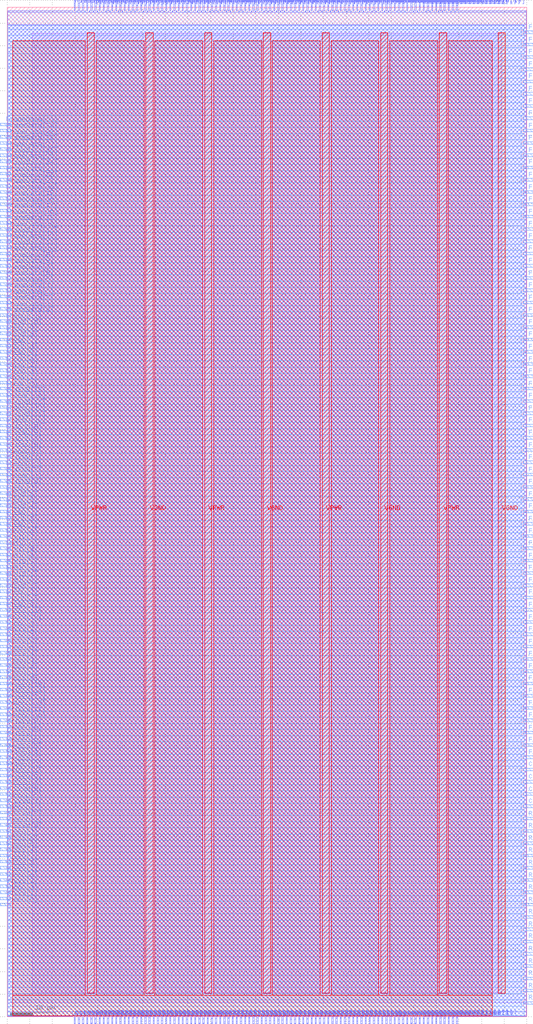
<source format=lef>
VERSION 5.7 ;
  NOWIREEXTENSIONATPIN ON ;
  DIVIDERCHAR "/" ;
  BUSBITCHARS "[]" ;
MACRO RAM_IO
  CLASS BLOCK ;
  FOREIGN RAM_IO ;
  ORIGIN 0.000 0.000 ;
  SIZE 115.000 BY 223.500 ;
  PIN Config_accessC_bit0
    DIRECTION OUTPUT TRISTATE ;
    USE SIGNAL ;
    ANTENNADIFFAREA 0.445500 ;
    PORT
      LAYER met3 ;
        RECT 114.200 46.280 116.500 46.880 ;
    END
  END Config_accessC_bit0
  PIN Config_accessC_bit1
    DIRECTION OUTPUT TRISTATE ;
    USE SIGNAL ;
    ANTENNADIFFAREA 0.795200 ;
    PORT
      LAYER met3 ;
        RECT 114.200 49.000 116.500 49.600 ;
    END
  END Config_accessC_bit1
  PIN Config_accessC_bit2
    DIRECTION OUTPUT TRISTATE ;
    USE SIGNAL ;
    ANTENNADIFFAREA 0.445500 ;
    PORT
      LAYER met3 ;
        RECT 114.200 51.720 116.500 52.320 ;
    END
  END Config_accessC_bit2
  PIN Config_accessC_bit3
    DIRECTION OUTPUT TRISTATE ;
    USE SIGNAL ;
    ANTENNADIFFAREA 0.795200 ;
    PORT
      LAYER met3 ;
        RECT 114.200 54.440 116.500 55.040 ;
    END
  END Config_accessC_bit3
  PIN E1END[0]
    DIRECTION INPUT ;
    USE SIGNAL ;
    ANTENNAGATEAREA 0.213000 ;
    PORT
      LAYER met3 ;
        RECT -1.500 89.800 0.800 90.400 ;
    END
  END E1END[0]
  PIN E1END[1]
    DIRECTION INPUT ;
    USE SIGNAL ;
    ANTENNAGATEAREA 0.213000 ;
    PORT
      LAYER met3 ;
        RECT -1.500 91.160 0.800 91.760 ;
    END
  END E1END[1]
  PIN E1END[2]
    DIRECTION INPUT ;
    USE SIGNAL ;
    ANTENNAGATEAREA 0.213000 ;
    PORT
      LAYER met3 ;
        RECT -1.500 92.520 0.800 93.120 ;
    END
  END E1END[2]
  PIN E1END[3]
    DIRECTION INPUT ;
    USE SIGNAL ;
    ANTENNAGATEAREA 0.159000 ;
    PORT
      LAYER met3 ;
        RECT -1.500 93.880 0.800 94.480 ;
    END
  END E1END[3]
  PIN E2END[0]
    DIRECTION INPUT ;
    USE SIGNAL ;
    ANTENNAGATEAREA 0.196500 ;
    PORT
      LAYER met3 ;
        RECT -1.500 106.120 0.800 106.720 ;
    END
  END E2END[0]
  PIN E2END[1]
    DIRECTION INPUT ;
    USE SIGNAL ;
    ANTENNAGATEAREA 0.213000 ;
    PORT
      LAYER met3 ;
        RECT -1.500 107.480 0.800 108.080 ;
    END
  END E2END[1]
  PIN E2END[2]
    DIRECTION INPUT ;
    USE SIGNAL ;
    ANTENNAGATEAREA 0.196500 ;
    PORT
      LAYER met3 ;
        RECT -1.500 108.840 0.800 109.440 ;
    END
  END E2END[2]
  PIN E2END[3]
    DIRECTION INPUT ;
    USE SIGNAL ;
    ANTENNAGATEAREA 0.126000 ;
    PORT
      LAYER met3 ;
        RECT -1.500 110.200 0.800 110.800 ;
    END
  END E2END[3]
  PIN E2END[4]
    DIRECTION INPUT ;
    USE SIGNAL ;
    ANTENNAGATEAREA 0.196500 ;
    PORT
      LAYER met3 ;
        RECT -1.500 111.560 0.800 112.160 ;
    END
  END E2END[4]
  PIN E2END[5]
    DIRECTION INPUT ;
    USE SIGNAL ;
    ANTENNAGATEAREA 0.196500 ;
    PORT
      LAYER met3 ;
        RECT -1.500 112.920 0.800 113.520 ;
    END
  END E2END[5]
  PIN E2END[6]
    DIRECTION INPUT ;
    USE SIGNAL ;
    ANTENNAGATEAREA 0.196500 ;
    PORT
      LAYER met3 ;
        RECT -1.500 114.280 0.800 114.880 ;
    END
  END E2END[6]
  PIN E2END[7]
    DIRECTION INPUT ;
    USE SIGNAL ;
    ANTENNAGATEAREA 0.126000 ;
    PORT
      LAYER met3 ;
        RECT -1.500 115.640 0.800 116.240 ;
    END
  END E2END[7]
  PIN E2MID[0]
    DIRECTION INPUT ;
    USE SIGNAL ;
    ANTENNAGATEAREA 0.196500 ;
    PORT
      LAYER met3 ;
        RECT -1.500 95.240 0.800 95.840 ;
    END
  END E2MID[0]
  PIN E2MID[1]
    DIRECTION INPUT ;
    USE SIGNAL ;
    ANTENNAGATEAREA 0.126000 ;
    PORT
      LAYER met3 ;
        RECT -1.500 96.600 0.800 97.200 ;
    END
  END E2MID[1]
  PIN E2MID[2]
    DIRECTION INPUT ;
    USE SIGNAL ;
    ANTENNAGATEAREA 0.196500 ;
    PORT
      LAYER met3 ;
        RECT -1.500 97.960 0.800 98.560 ;
    END
  END E2MID[2]
  PIN E2MID[3]
    DIRECTION INPUT ;
    USE SIGNAL ;
    ANTENNAGATEAREA 0.213000 ;
    PORT
      LAYER met3 ;
        RECT -1.500 99.320 0.800 99.920 ;
    END
  END E2MID[3]
  PIN E2MID[4]
    DIRECTION INPUT ;
    USE SIGNAL ;
    ANTENNAGATEAREA 0.126000 ;
    PORT
      LAYER met3 ;
        RECT -1.500 100.680 0.800 101.280 ;
    END
  END E2MID[4]
  PIN E2MID[5]
    DIRECTION INPUT ;
    USE SIGNAL ;
    ANTENNAGATEAREA 0.196500 ;
    PORT
      LAYER met3 ;
        RECT -1.500 102.040 0.800 102.640 ;
    END
  END E2MID[5]
  PIN E2MID[6]
    DIRECTION INPUT ;
    USE SIGNAL ;
    ANTENNAGATEAREA 0.196500 ;
    PORT
      LAYER met3 ;
        RECT -1.500 103.400 0.800 104.000 ;
    END
  END E2MID[6]
  PIN E2MID[7]
    DIRECTION INPUT ;
    USE SIGNAL ;
    ANTENNAGATEAREA 0.126000 ;
    PORT
      LAYER met3 ;
        RECT -1.500 104.760 0.800 105.360 ;
    END
  END E2MID[7]
  PIN E6END[0]
    DIRECTION INPUT ;
    USE SIGNAL ;
    ANTENNAGATEAREA 0.213000 ;
    PORT
      LAYER met3 ;
        RECT -1.500 138.760 0.800 139.360 ;
    END
  END E6END[0]
  PIN E6END[10]
    DIRECTION INPUT ;
    USE SIGNAL ;
    ANTENNAGATEAREA 0.213000 ;
    PORT
      LAYER met3 ;
        RECT -1.500 152.360 0.800 152.960 ;
    END
  END E6END[10]
  PIN E6END[11]
    DIRECTION INPUT ;
    USE SIGNAL ;
    ANTENNAGATEAREA 0.196500 ;
    PORT
      LAYER met3 ;
        RECT -1.500 153.720 0.800 154.320 ;
    END
  END E6END[11]
  PIN E6END[1]
    DIRECTION INPUT ;
    USE SIGNAL ;
    ANTENNAGATEAREA 0.196500 ;
    PORT
      LAYER met3 ;
        RECT -1.500 140.120 0.800 140.720 ;
    END
  END E6END[1]
  PIN E6END[2]
    DIRECTION INPUT ;
    USE SIGNAL ;
    ANTENNAGATEAREA 0.126000 ;
    PORT
      LAYER met3 ;
        RECT -1.500 141.480 0.800 142.080 ;
    END
  END E6END[2]
  PIN E6END[3]
    DIRECTION INPUT ;
    USE SIGNAL ;
    ANTENNAGATEAREA 0.126000 ;
    PORT
      LAYER met3 ;
        RECT -1.500 142.840 0.800 143.440 ;
    END
  END E6END[3]
  PIN E6END[4]
    DIRECTION INPUT ;
    USE SIGNAL ;
    ANTENNAGATEAREA 0.213000 ;
    PORT
      LAYER met3 ;
        RECT -1.500 144.200 0.800 144.800 ;
    END
  END E6END[4]
  PIN E6END[5]
    DIRECTION INPUT ;
    USE SIGNAL ;
    ANTENNAGATEAREA 0.196500 ;
    PORT
      LAYER met3 ;
        RECT -1.500 145.560 0.800 146.160 ;
    END
  END E6END[5]
  PIN E6END[6]
    DIRECTION INPUT ;
    USE SIGNAL ;
    ANTENNAGATEAREA 0.126000 ;
    PORT
      LAYER met3 ;
        RECT -1.500 146.920 0.800 147.520 ;
    END
  END E6END[6]
  PIN E6END[7]
    DIRECTION INPUT ;
    USE SIGNAL ;
    ANTENNAGATEAREA 0.126000 ;
    PORT
      LAYER met3 ;
        RECT -1.500 148.280 0.800 148.880 ;
    END
  END E6END[7]
  PIN E6END[8]
    DIRECTION INPUT ;
    USE SIGNAL ;
    ANTENNAGATEAREA 0.213000 ;
    PORT
      LAYER met3 ;
        RECT -1.500 149.640 0.800 150.240 ;
    END
  END E6END[8]
  PIN E6END[9]
    DIRECTION INPUT ;
    USE SIGNAL ;
    ANTENNAGATEAREA 0.196500 ;
    PORT
      LAYER met3 ;
        RECT -1.500 151.000 0.800 151.600 ;
    END
  END E6END[9]
  PIN EE4END[0]
    DIRECTION INPUT ;
    USE SIGNAL ;
    ANTENNAGATEAREA 0.196500 ;
    PORT
      LAYER met3 ;
        RECT -1.500 117.000 0.800 117.600 ;
    END
  END EE4END[0]
  PIN EE4END[10]
    DIRECTION INPUT ;
    USE SIGNAL ;
    ANTENNAGATEAREA 0.196500 ;
    PORT
      LAYER met3 ;
        RECT -1.500 130.600 0.800 131.200 ;
    END
  END EE4END[10]
  PIN EE4END[11]
    DIRECTION INPUT ;
    USE SIGNAL ;
    ANTENNAGATEAREA 0.196500 ;
    PORT
      LAYER met3 ;
        RECT -1.500 131.960 0.800 132.560 ;
    END
  END EE4END[11]
  PIN EE4END[12]
    DIRECTION INPUT ;
    USE SIGNAL ;
    ANTENNAGATEAREA 0.196500 ;
    PORT
      LAYER met3 ;
        RECT -1.500 133.320 0.800 133.920 ;
    END
  END EE4END[12]
  PIN EE4END[13]
    DIRECTION INPUT ;
    USE SIGNAL ;
    ANTENNAGATEAREA 0.196500 ;
    PORT
      LAYER met3 ;
        RECT -1.500 134.680 0.800 135.280 ;
    END
  END EE4END[13]
  PIN EE4END[14]
    DIRECTION INPUT ;
    USE SIGNAL ;
    ANTENNAGATEAREA 0.196500 ;
    PORT
      LAYER met3 ;
        RECT -1.500 136.040 0.800 136.640 ;
    END
  END EE4END[14]
  PIN EE4END[15]
    DIRECTION INPUT ;
    USE SIGNAL ;
    ANTENNAGATEAREA 0.196500 ;
    PORT
      LAYER met3 ;
        RECT -1.500 137.400 0.800 138.000 ;
    END
  END EE4END[15]
  PIN EE4END[1]
    DIRECTION INPUT ;
    USE SIGNAL ;
    ANTENNAGATEAREA 0.196500 ;
    PORT
      LAYER met3 ;
        RECT -1.500 118.360 0.800 118.960 ;
    END
  END EE4END[1]
  PIN EE4END[2]
    DIRECTION INPUT ;
    USE SIGNAL ;
    ANTENNAGATEAREA 0.196500 ;
    PORT
      LAYER met3 ;
        RECT -1.500 119.720 0.800 120.320 ;
    END
  END EE4END[2]
  PIN EE4END[3]
    DIRECTION INPUT ;
    USE SIGNAL ;
    ANTENNAGATEAREA 0.126000 ;
    PORT
      LAYER met3 ;
        RECT -1.500 121.080 0.800 121.680 ;
    END
  END EE4END[3]
  PIN EE4END[4]
    DIRECTION INPUT ;
    USE SIGNAL ;
    ANTENNAGATEAREA 0.196500 ;
    PORT
      LAYER met3 ;
        RECT -1.500 122.440 0.800 123.040 ;
    END
  END EE4END[4]
  PIN EE4END[5]
    DIRECTION INPUT ;
    USE SIGNAL ;
    ANTENNAGATEAREA 0.196500 ;
    PORT
      LAYER met3 ;
        RECT -1.500 123.800 0.800 124.400 ;
    END
  END EE4END[5]
  PIN EE4END[6]
    DIRECTION INPUT ;
    USE SIGNAL ;
    ANTENNAGATEAREA 0.196500 ;
    PORT
      LAYER met3 ;
        RECT -1.500 125.160 0.800 125.760 ;
    END
  END EE4END[6]
  PIN EE4END[7]
    DIRECTION INPUT ;
    USE SIGNAL ;
    ANTENNAGATEAREA 0.196500 ;
    PORT
      LAYER met3 ;
        RECT -1.500 126.520 0.800 127.120 ;
    END
  END EE4END[7]
  PIN EE4END[8]
    DIRECTION INPUT ;
    USE SIGNAL ;
    ANTENNAGATEAREA 0.196500 ;
    PORT
      LAYER met3 ;
        RECT -1.500 127.880 0.800 128.480 ;
    END
  END EE4END[8]
  PIN EE4END[9]
    DIRECTION INPUT ;
    USE SIGNAL ;
    ANTENNAGATEAREA 0.196500 ;
    PORT
      LAYER met3 ;
        RECT -1.500 129.240 0.800 129.840 ;
    END
  END EE4END[9]
  PIN FAB2RAM_A0_O0
    DIRECTION OUTPUT TRISTATE ;
    USE SIGNAL ;
    ANTENNADIFFAREA 0.445500 ;
    PORT
      LAYER met3 ;
        RECT 114.200 78.920 116.500 79.520 ;
    END
  END FAB2RAM_A0_O0
  PIN FAB2RAM_A0_O1
    DIRECTION OUTPUT TRISTATE ;
    USE SIGNAL ;
    ANTENNADIFFAREA 0.795200 ;
    PORT
      LAYER met3 ;
        RECT 114.200 81.640 116.500 82.240 ;
    END
  END FAB2RAM_A0_O1
  PIN FAB2RAM_A0_O2
    DIRECTION OUTPUT TRISTATE ;
    USE SIGNAL ;
    ANTENNADIFFAREA 0.445500 ;
    PORT
      LAYER met3 ;
        RECT 114.200 84.360 116.500 84.960 ;
    END
  END FAB2RAM_A0_O2
  PIN FAB2RAM_A0_O3
    DIRECTION OUTPUT TRISTATE ;
    USE SIGNAL ;
    ANTENNADIFFAREA 0.445500 ;
    PORT
      LAYER met3 ;
        RECT 114.200 87.080 116.500 87.680 ;
    END
  END FAB2RAM_A0_O3
  PIN FAB2RAM_A1_O0
    DIRECTION OUTPUT TRISTATE ;
    USE SIGNAL ;
    ANTENNADIFFAREA 0.795200 ;
    PORT
      LAYER met3 ;
        RECT 114.200 68.040 116.500 68.640 ;
    END
  END FAB2RAM_A1_O0
  PIN FAB2RAM_A1_O1
    DIRECTION OUTPUT TRISTATE ;
    USE SIGNAL ;
    ANTENNADIFFAREA 0.445500 ;
    PORT
      LAYER met3 ;
        RECT 114.200 70.760 116.500 71.360 ;
    END
  END FAB2RAM_A1_O1
  PIN FAB2RAM_A1_O2
    DIRECTION OUTPUT TRISTATE ;
    USE SIGNAL ;
    ANTENNADIFFAREA 0.445500 ;
    PORT
      LAYER met3 ;
        RECT 114.200 73.480 116.500 74.080 ;
    END
  END FAB2RAM_A1_O2
  PIN FAB2RAM_A1_O3
    DIRECTION OUTPUT TRISTATE ;
    USE SIGNAL ;
    ANTENNADIFFAREA 0.795200 ;
    PORT
      LAYER met3 ;
        RECT 114.200 76.200 116.500 76.800 ;
    END
  END FAB2RAM_A1_O3
  PIN FAB2RAM_C_O0
    DIRECTION OUTPUT TRISTATE ;
    USE SIGNAL ;
    ANTENNADIFFAREA 0.445500 ;
    PORT
      LAYER met3 ;
        RECT 114.200 57.160 116.500 57.760 ;
    END
  END FAB2RAM_C_O0
  PIN FAB2RAM_C_O1
    DIRECTION OUTPUT TRISTATE ;
    USE SIGNAL ;
    ANTENNADIFFAREA 0.445500 ;
    PORT
      LAYER met3 ;
        RECT 114.200 59.880 116.500 60.480 ;
    END
  END FAB2RAM_C_O1
  PIN FAB2RAM_C_O2
    DIRECTION OUTPUT TRISTATE ;
    USE SIGNAL ;
    ANTENNADIFFAREA 0.795200 ;
    PORT
      LAYER met3 ;
        RECT 114.200 62.600 116.500 63.200 ;
    END
  END FAB2RAM_C_O2
  PIN FAB2RAM_C_O3
    DIRECTION OUTPUT TRISTATE ;
    USE SIGNAL ;
    ANTENNADIFFAREA 0.445500 ;
    PORT
      LAYER met3 ;
        RECT 114.200 65.320 116.500 65.920 ;
    END
  END FAB2RAM_C_O3
  PIN FAB2RAM_D0_O0
    DIRECTION OUTPUT TRISTATE ;
    USE SIGNAL ;
    ANTENNADIFFAREA 0.795200 ;
    PORT
      LAYER met3 ;
        RECT 114.200 122.440 116.500 123.040 ;
    END
  END FAB2RAM_D0_O0
  PIN FAB2RAM_D0_O1
    DIRECTION OUTPUT TRISTATE ;
    USE SIGNAL ;
    ANTENNADIFFAREA 0.795200 ;
    PORT
      LAYER met3 ;
        RECT 114.200 125.160 116.500 125.760 ;
    END
  END FAB2RAM_D0_O1
  PIN FAB2RAM_D0_O2
    DIRECTION OUTPUT TRISTATE ;
    USE SIGNAL ;
    ANTENNADIFFAREA 0.445500 ;
    PORT
      LAYER met3 ;
        RECT 114.200 127.880 116.500 128.480 ;
    END
  END FAB2RAM_D0_O2
  PIN FAB2RAM_D0_O3
    DIRECTION OUTPUT TRISTATE ;
    USE SIGNAL ;
    ANTENNADIFFAREA 0.795200 ;
    PORT
      LAYER met3 ;
        RECT 114.200 130.600 116.500 131.200 ;
    END
  END FAB2RAM_D0_O3
  PIN FAB2RAM_D1_O0
    DIRECTION OUTPUT TRISTATE ;
    USE SIGNAL ;
    ANTENNADIFFAREA 0.445500 ;
    PORT
      LAYER met3 ;
        RECT 114.200 111.560 116.500 112.160 ;
    END
  END FAB2RAM_D1_O0
  PIN FAB2RAM_D1_O1
    DIRECTION OUTPUT TRISTATE ;
    USE SIGNAL ;
    ANTENNADIFFAREA 0.445500 ;
    PORT
      LAYER met3 ;
        RECT 114.200 114.280 116.500 114.880 ;
    END
  END FAB2RAM_D1_O1
  PIN FAB2RAM_D1_O2
    DIRECTION OUTPUT TRISTATE ;
    USE SIGNAL ;
    ANTENNADIFFAREA 0.795200 ;
    PORT
      LAYER met3 ;
        RECT 114.200 117.000 116.500 117.600 ;
    END
  END FAB2RAM_D1_O2
  PIN FAB2RAM_D1_O3
    DIRECTION OUTPUT TRISTATE ;
    USE SIGNAL ;
    ANTENNADIFFAREA 0.445500 ;
    PORT
      LAYER met3 ;
        RECT 114.200 119.720 116.500 120.320 ;
    END
  END FAB2RAM_D1_O3
  PIN FAB2RAM_D2_O0
    DIRECTION OUTPUT TRISTATE ;
    USE SIGNAL ;
    ANTENNADIFFAREA 0.445500 ;
    PORT
      LAYER met3 ;
        RECT 114.200 100.680 116.500 101.280 ;
    END
  END FAB2RAM_D2_O0
  PIN FAB2RAM_D2_O1
    DIRECTION OUTPUT TRISTATE ;
    USE SIGNAL ;
    ANTENNADIFFAREA 0.795200 ;
    PORT
      LAYER met3 ;
        RECT 114.200 103.400 116.500 104.000 ;
    END
  END FAB2RAM_D2_O1
  PIN FAB2RAM_D2_O2
    DIRECTION OUTPUT TRISTATE ;
    USE SIGNAL ;
    ANTENNADIFFAREA 0.795200 ;
    PORT
      LAYER met3 ;
        RECT 114.200 106.120 116.500 106.720 ;
    END
  END FAB2RAM_D2_O2
  PIN FAB2RAM_D2_O3
    DIRECTION OUTPUT TRISTATE ;
    USE SIGNAL ;
    ANTENNADIFFAREA 0.445500 ;
    PORT
      LAYER met3 ;
        RECT 114.200 108.840 116.500 109.440 ;
    END
  END FAB2RAM_D2_O3
  PIN FAB2RAM_D3_O0
    DIRECTION OUTPUT TRISTATE ;
    USE SIGNAL ;
    ANTENNADIFFAREA 0.795200 ;
    PORT
      LAYER met3 ;
        RECT 114.200 89.800 116.500 90.400 ;
    END
  END FAB2RAM_D3_O0
  PIN FAB2RAM_D3_O1
    DIRECTION OUTPUT TRISTATE ;
    USE SIGNAL ;
    ANTENNADIFFAREA 0.445500 ;
    PORT
      LAYER met3 ;
        RECT 114.200 92.520 116.500 93.120 ;
    END
  END FAB2RAM_D3_O1
  PIN FAB2RAM_D3_O2
    DIRECTION OUTPUT TRISTATE ;
    USE SIGNAL ;
    ANTENNADIFFAREA 0.795200 ;
    PORT
      LAYER met3 ;
        RECT 114.200 95.240 116.500 95.840 ;
    END
  END FAB2RAM_D3_O2
  PIN FAB2RAM_D3_O3
    DIRECTION OUTPUT TRISTATE ;
    USE SIGNAL ;
    ANTENNADIFFAREA 0.445500 ;
    PORT
      LAYER met3 ;
        RECT 114.200 97.960 116.500 98.560 ;
    END
  END FAB2RAM_D3_O3
  PIN FrameData[0]
    DIRECTION INPUT ;
    USE SIGNAL ;
    ANTENNAGATEAREA 0.247500 ;
    PORT
      LAYER met3 ;
        RECT -1.500 155.080 0.800 155.680 ;
    END
  END FrameData[0]
  PIN FrameData[10]
    DIRECTION INPUT ;
    USE SIGNAL ;
    ANTENNAGATEAREA 0.213000 ;
    PORT
      LAYER met3 ;
        RECT -1.500 168.680 0.800 169.280 ;
    END
  END FrameData[10]
  PIN FrameData[11]
    DIRECTION INPUT ;
    USE SIGNAL ;
    ANTENNAGATEAREA 0.213000 ;
    PORT
      LAYER met3 ;
        RECT -1.500 170.040 0.800 170.640 ;
    END
  END FrameData[11]
  PIN FrameData[12]
    DIRECTION INPUT ;
    USE SIGNAL ;
    ANTENNAGATEAREA 0.247500 ;
    PORT
      LAYER met3 ;
        RECT -1.500 171.400 0.800 172.000 ;
    END
  END FrameData[12]
  PIN FrameData[13]
    DIRECTION INPUT ;
    USE SIGNAL ;
    ANTENNAGATEAREA 0.247500 ;
    PORT
      LAYER met3 ;
        RECT -1.500 172.760 0.800 173.360 ;
    END
  END FrameData[13]
  PIN FrameData[14]
    DIRECTION INPUT ;
    USE SIGNAL ;
    ANTENNAGATEAREA 0.247500 ;
    PORT
      LAYER met3 ;
        RECT -1.500 174.120 0.800 174.720 ;
    END
  END FrameData[14]
  PIN FrameData[15]
    DIRECTION INPUT ;
    USE SIGNAL ;
    ANTENNAGATEAREA 0.247500 ;
    PORT
      LAYER met3 ;
        RECT -1.500 175.480 0.800 176.080 ;
    END
  END FrameData[15]
  PIN FrameData[16]
    DIRECTION INPUT ;
    USE SIGNAL ;
    ANTENNAGATEAREA 0.247500 ;
    PORT
      LAYER met3 ;
        RECT -1.500 176.840 0.800 177.440 ;
    END
  END FrameData[16]
  PIN FrameData[17]
    DIRECTION INPUT ;
    USE SIGNAL ;
    ANTENNAGATEAREA 0.247500 ;
    PORT
      LAYER met3 ;
        RECT -1.500 178.200 0.800 178.800 ;
    END
  END FrameData[17]
  PIN FrameData[18]
    DIRECTION INPUT ;
    USE SIGNAL ;
    ANTENNAGATEAREA 0.247500 ;
    PORT
      LAYER met3 ;
        RECT -1.500 179.560 0.800 180.160 ;
    END
  END FrameData[18]
  PIN FrameData[19]
    DIRECTION INPUT ;
    USE SIGNAL ;
    ANTENNAGATEAREA 0.247500 ;
    PORT
      LAYER met3 ;
        RECT -1.500 180.920 0.800 181.520 ;
    END
  END FrameData[19]
  PIN FrameData[1]
    DIRECTION INPUT ;
    USE SIGNAL ;
    ANTENNAGATEAREA 0.247500 ;
    PORT
      LAYER met3 ;
        RECT -1.500 156.440 0.800 157.040 ;
    END
  END FrameData[1]
  PIN FrameData[20]
    DIRECTION INPUT ;
    USE SIGNAL ;
    ANTENNAGATEAREA 0.247500 ;
    PORT
      LAYER met3 ;
        RECT -1.500 182.280 0.800 182.880 ;
    END
  END FrameData[20]
  PIN FrameData[21]
    DIRECTION INPUT ;
    USE SIGNAL ;
    ANTENNAGATEAREA 0.247500 ;
    PORT
      LAYER met3 ;
        RECT -1.500 183.640 0.800 184.240 ;
    END
  END FrameData[21]
  PIN FrameData[22]
    DIRECTION INPUT ;
    USE SIGNAL ;
    ANTENNAGATEAREA 0.247500 ;
    PORT
      LAYER met3 ;
        RECT -1.500 185.000 0.800 185.600 ;
    END
  END FrameData[22]
  PIN FrameData[23]
    DIRECTION INPUT ;
    USE SIGNAL ;
    ANTENNAGATEAREA 0.247500 ;
    PORT
      LAYER met3 ;
        RECT -1.500 186.360 0.800 186.960 ;
    END
  END FrameData[23]
  PIN FrameData[24]
    DIRECTION INPUT ;
    USE SIGNAL ;
    ANTENNAGATEAREA 0.247500 ;
    PORT
      LAYER met3 ;
        RECT -1.500 187.720 0.800 188.320 ;
    END
  END FrameData[24]
  PIN FrameData[25]
    DIRECTION INPUT ;
    USE SIGNAL ;
    ANTENNAGATEAREA 0.247500 ;
    PORT
      LAYER met3 ;
        RECT -1.500 189.080 0.800 189.680 ;
    END
  END FrameData[25]
  PIN FrameData[26]
    DIRECTION INPUT ;
    USE SIGNAL ;
    ANTENNAGATEAREA 0.247500 ;
    PORT
      LAYER met3 ;
        RECT -1.500 190.440 0.800 191.040 ;
    END
  END FrameData[26]
  PIN FrameData[27]
    DIRECTION INPUT ;
    USE SIGNAL ;
    ANTENNAGATEAREA 0.247500 ;
    PORT
      LAYER met3 ;
        RECT -1.500 191.800 0.800 192.400 ;
    END
  END FrameData[27]
  PIN FrameData[28]
    DIRECTION INPUT ;
    USE SIGNAL ;
    ANTENNAGATEAREA 0.247500 ;
    PORT
      LAYER met3 ;
        RECT -1.500 193.160 0.800 193.760 ;
    END
  END FrameData[28]
  PIN FrameData[29]
    DIRECTION INPUT ;
    USE SIGNAL ;
    ANTENNAGATEAREA 0.247500 ;
    PORT
      LAYER met3 ;
        RECT -1.500 194.520 0.800 195.120 ;
    END
  END FrameData[29]
  PIN FrameData[2]
    DIRECTION INPUT ;
    USE SIGNAL ;
    ANTENNAGATEAREA 0.247500 ;
    PORT
      LAYER met3 ;
        RECT -1.500 157.800 0.800 158.400 ;
    END
  END FrameData[2]
  PIN FrameData[30]
    DIRECTION INPUT ;
    USE SIGNAL ;
    ANTENNAGATEAREA 0.247500 ;
    PORT
      LAYER met3 ;
        RECT -1.500 195.880 0.800 196.480 ;
    END
  END FrameData[30]
  PIN FrameData[31]
    DIRECTION INPUT ;
    USE SIGNAL ;
    ANTENNAGATEAREA 0.247500 ;
    PORT
      LAYER met3 ;
        RECT -1.500 197.240 0.800 197.840 ;
    END
  END FrameData[31]
  PIN FrameData[3]
    DIRECTION INPUT ;
    USE SIGNAL ;
    ANTENNAGATEAREA 0.247500 ;
    PORT
      LAYER met3 ;
        RECT -1.500 159.160 0.800 159.760 ;
    END
  END FrameData[3]
  PIN FrameData[4]
    DIRECTION INPUT ;
    USE SIGNAL ;
    ANTENNAGATEAREA 0.247500 ;
    PORT
      LAYER met3 ;
        RECT -1.500 160.520 0.800 161.120 ;
    END
  END FrameData[4]
  PIN FrameData[5]
    DIRECTION INPUT ;
    USE SIGNAL ;
    ANTENNAGATEAREA 0.247500 ;
    PORT
      LAYER met3 ;
        RECT -1.500 161.880 0.800 162.480 ;
    END
  END FrameData[5]
  PIN FrameData[6]
    DIRECTION INPUT ;
    USE SIGNAL ;
    ANTENNAGATEAREA 0.247500 ;
    PORT
      LAYER met3 ;
        RECT -1.500 163.240 0.800 163.840 ;
    END
  END FrameData[6]
  PIN FrameData[7]
    DIRECTION INPUT ;
    USE SIGNAL ;
    ANTENNAGATEAREA 0.247500 ;
    PORT
      LAYER met3 ;
        RECT -1.500 164.600 0.800 165.200 ;
    END
  END FrameData[7]
  PIN FrameData[8]
    DIRECTION INPUT ;
    USE SIGNAL ;
    ANTENNAGATEAREA 0.247500 ;
    PORT
      LAYER met3 ;
        RECT -1.500 165.960 0.800 166.560 ;
    END
  END FrameData[8]
  PIN FrameData[9]
    DIRECTION INPUT ;
    USE SIGNAL ;
    ANTENNAGATEAREA 0.213000 ;
    PORT
      LAYER met3 ;
        RECT -1.500 167.320 0.800 167.920 ;
    END
  END FrameData[9]
  PIN FrameData_O[0]
    DIRECTION OUTPUT TRISTATE ;
    USE SIGNAL ;
    ANTENNADIFFAREA 0.445500 ;
    PORT
      LAYER met3 ;
        RECT 114.200 133.320 116.500 133.920 ;
    END
  END FrameData_O[0]
  PIN FrameData_O[10]
    DIRECTION OUTPUT TRISTATE ;
    USE SIGNAL ;
    ANTENNADIFFAREA 0.445500 ;
    PORT
      LAYER met3 ;
        RECT 114.200 160.520 116.500 161.120 ;
    END
  END FrameData_O[10]
  PIN FrameData_O[11]
    DIRECTION OUTPUT TRISTATE ;
    USE SIGNAL ;
    ANTENNADIFFAREA 0.795200 ;
    PORT
      LAYER met3 ;
        RECT 114.200 163.240 116.500 163.840 ;
    END
  END FrameData_O[11]
  PIN FrameData_O[12]
    DIRECTION OUTPUT TRISTATE ;
    USE SIGNAL ;
    ANTENNADIFFAREA 0.795200 ;
    PORT
      LAYER met3 ;
        RECT 114.200 165.960 116.500 166.560 ;
    END
  END FrameData_O[12]
  PIN FrameData_O[13]
    DIRECTION OUTPUT TRISTATE ;
    USE SIGNAL ;
    ANTENNADIFFAREA 0.445500 ;
    PORT
      LAYER met3 ;
        RECT 114.200 168.680 116.500 169.280 ;
    END
  END FrameData_O[13]
  PIN FrameData_O[14]
    DIRECTION OUTPUT TRISTATE ;
    USE SIGNAL ;
    ANTENNADIFFAREA 0.795200 ;
    PORT
      LAYER met3 ;
        RECT 114.200 171.400 116.500 172.000 ;
    END
  END FrameData_O[14]
  PIN FrameData_O[15]
    DIRECTION OUTPUT TRISTATE ;
    USE SIGNAL ;
    ANTENNADIFFAREA 0.445500 ;
    PORT
      LAYER met3 ;
        RECT 114.200 174.120 116.500 174.720 ;
    END
  END FrameData_O[15]
  PIN FrameData_O[16]
    DIRECTION OUTPUT TRISTATE ;
    USE SIGNAL ;
    ANTENNADIFFAREA 0.445500 ;
    PORT
      LAYER met3 ;
        RECT 114.200 176.840 116.500 177.440 ;
    END
  END FrameData_O[16]
  PIN FrameData_O[17]
    DIRECTION OUTPUT TRISTATE ;
    USE SIGNAL ;
    ANTENNADIFFAREA 0.795200 ;
    PORT
      LAYER met3 ;
        RECT 114.200 179.560 116.500 180.160 ;
    END
  END FrameData_O[17]
  PIN FrameData_O[18]
    DIRECTION OUTPUT TRISTATE ;
    USE SIGNAL ;
    ANTENNADIFFAREA 0.445500 ;
    PORT
      LAYER met3 ;
        RECT 114.200 182.280 116.500 182.880 ;
    END
  END FrameData_O[18]
  PIN FrameData_O[19]
    DIRECTION OUTPUT TRISTATE ;
    USE SIGNAL ;
    ANTENNADIFFAREA 0.795200 ;
    PORT
      LAYER met3 ;
        RECT 114.200 185.000 116.500 185.600 ;
    END
  END FrameData_O[19]
  PIN FrameData_O[1]
    DIRECTION OUTPUT TRISTATE ;
    USE SIGNAL ;
    ANTENNADIFFAREA 0.795200 ;
    PORT
      LAYER met3 ;
        RECT 114.200 136.040 116.500 136.640 ;
    END
  END FrameData_O[1]
  PIN FrameData_O[20]
    DIRECTION OUTPUT TRISTATE ;
    USE SIGNAL ;
    ANTENNADIFFAREA 0.445500 ;
    PORT
      LAYER met3 ;
        RECT 114.200 187.720 116.500 188.320 ;
    END
  END FrameData_O[20]
  PIN FrameData_O[21]
    DIRECTION OUTPUT TRISTATE ;
    USE SIGNAL ;
    ANTENNADIFFAREA 0.445500 ;
    PORT
      LAYER met3 ;
        RECT 114.200 190.440 116.500 191.040 ;
    END
  END FrameData_O[21]
  PIN FrameData_O[22]
    DIRECTION OUTPUT TRISTATE ;
    USE SIGNAL ;
    ANTENNADIFFAREA 0.795200 ;
    PORT
      LAYER met3 ;
        RECT 114.200 193.160 116.500 193.760 ;
    END
  END FrameData_O[22]
  PIN FrameData_O[23]
    DIRECTION OUTPUT TRISTATE ;
    USE SIGNAL ;
    ANTENNADIFFAREA 0.445500 ;
    PORT
      LAYER met3 ;
        RECT 114.200 195.880 116.500 196.480 ;
    END
  END FrameData_O[23]
  PIN FrameData_O[24]
    DIRECTION OUTPUT TRISTATE ;
    USE SIGNAL ;
    ANTENNADIFFAREA 0.795200 ;
    PORT
      LAYER met3 ;
        RECT 114.200 198.600 116.500 199.200 ;
    END
  END FrameData_O[24]
  PIN FrameData_O[25]
    DIRECTION OUTPUT TRISTATE ;
    USE SIGNAL ;
    ANTENNADIFFAREA 0.445500 ;
    PORT
      LAYER met3 ;
        RECT 114.200 201.320 116.500 201.920 ;
    END
  END FrameData_O[25]
  PIN FrameData_O[26]
    DIRECTION OUTPUT TRISTATE ;
    USE SIGNAL ;
    ANTENNADIFFAREA 0.445500 ;
    PORT
      LAYER met3 ;
        RECT 114.200 204.040 116.500 204.640 ;
    END
  END FrameData_O[26]
  PIN FrameData_O[27]
    DIRECTION OUTPUT TRISTATE ;
    USE SIGNAL ;
    ANTENNADIFFAREA 0.795200 ;
    PORT
      LAYER met3 ;
        RECT 114.200 206.760 116.500 207.360 ;
    END
  END FrameData_O[27]
  PIN FrameData_O[28]
    DIRECTION OUTPUT TRISTATE ;
    USE SIGNAL ;
    ANTENNADIFFAREA 0.445500 ;
    PORT
      LAYER met3 ;
        RECT 114.200 209.480 116.500 210.080 ;
    END
  END FrameData_O[28]
  PIN FrameData_O[29]
    DIRECTION OUTPUT TRISTATE ;
    USE SIGNAL ;
    ANTENNADIFFAREA 0.445500 ;
    PORT
      LAYER met3 ;
        RECT 114.200 212.200 116.500 212.800 ;
    END
  END FrameData_O[29]
  PIN FrameData_O[2]
    DIRECTION OUTPUT TRISTATE ;
    USE SIGNAL ;
    ANTENNADIFFAREA 0.445500 ;
    PORT
      LAYER met3 ;
        RECT 114.200 138.760 116.500 139.360 ;
    END
  END FrameData_O[2]
  PIN FrameData_O[30]
    DIRECTION OUTPUT TRISTATE ;
    USE SIGNAL ;
    ANTENNADIFFAREA 0.445500 ;
    PORT
      LAYER met3 ;
        RECT 114.200 214.920 116.500 215.520 ;
    END
  END FrameData_O[30]
  PIN FrameData_O[31]
    DIRECTION OUTPUT TRISTATE ;
    USE SIGNAL ;
    ANTENNADIFFAREA 0.795200 ;
    PORT
      LAYER met3 ;
        RECT 114.200 217.640 116.500 218.240 ;
    END
  END FrameData_O[31]
  PIN FrameData_O[3]
    DIRECTION OUTPUT TRISTATE ;
    USE SIGNAL ;
    ANTENNADIFFAREA 0.445500 ;
    PORT
      LAYER met3 ;
        RECT 114.200 141.480 116.500 142.080 ;
    END
  END FrameData_O[3]
  PIN FrameData_O[4]
    DIRECTION OUTPUT TRISTATE ;
    USE SIGNAL ;
    ANTENNADIFFAREA 0.795200 ;
    PORT
      LAYER met3 ;
        RECT 114.200 144.200 116.500 144.800 ;
    END
  END FrameData_O[4]
  PIN FrameData_O[5]
    DIRECTION OUTPUT TRISTATE ;
    USE SIGNAL ;
    ANTENNADIFFAREA 0.445500 ;
    PORT
      LAYER met3 ;
        RECT 114.200 146.920 116.500 147.520 ;
    END
  END FrameData_O[5]
  PIN FrameData_O[6]
    DIRECTION OUTPUT TRISTATE ;
    USE SIGNAL ;
    ANTENNADIFFAREA 0.795200 ;
    PORT
      LAYER met3 ;
        RECT 114.200 149.640 116.500 150.240 ;
    END
  END FrameData_O[6]
  PIN FrameData_O[7]
    DIRECTION OUTPUT TRISTATE ;
    USE SIGNAL ;
    ANTENNADIFFAREA 0.795200 ;
    PORT
      LAYER met3 ;
        RECT 114.200 152.360 116.500 152.960 ;
    END
  END FrameData_O[7]
  PIN FrameData_O[8]
    DIRECTION OUTPUT TRISTATE ;
    USE SIGNAL ;
    ANTENNADIFFAREA 0.445500 ;
    PORT
      LAYER met3 ;
        RECT 114.200 155.080 116.500 155.680 ;
    END
  END FrameData_O[8]
  PIN FrameData_O[9]
    DIRECTION OUTPUT TRISTATE ;
    USE SIGNAL ;
    ANTENNADIFFAREA 0.795200 ;
    PORT
      LAYER met3 ;
        RECT 114.200 157.800 116.500 158.400 ;
    END
  END FrameData_O[9]
  PIN FrameStrobe[0]
    DIRECTION INPUT ;
    USE SIGNAL ;
    ANTENNAGATEAREA 0.742500 ;
    PORT
      LAYER met2 ;
        RECT 81.970 -1.500 82.250 0.800 ;
    END
  END FrameStrobe[0]
  PIN FrameStrobe[10]
    DIRECTION INPUT ;
    USE SIGNAL ;
    ANTENNAGATEAREA 0.213000 ;
    PORT
      LAYER met2 ;
        RECT 91.170 -1.500 91.450 0.800 ;
    END
  END FrameStrobe[10]
  PIN FrameStrobe[11]
    DIRECTION INPUT ;
    USE SIGNAL ;
    ANTENNAGATEAREA 0.196500 ;
    PORT
      LAYER met2 ;
        RECT 92.090 -1.500 92.370 0.800 ;
    END
  END FrameStrobe[11]
  PIN FrameStrobe[12]
    DIRECTION INPUT ;
    USE SIGNAL ;
    ANTENNAGATEAREA 0.196500 ;
    PORT
      LAYER met2 ;
        RECT 93.010 -1.500 93.290 0.800 ;
    END
  END FrameStrobe[12]
  PIN FrameStrobe[13]
    DIRECTION INPUT ;
    USE SIGNAL ;
    ANTENNAGATEAREA 0.196500 ;
    PORT
      LAYER met2 ;
        RECT 93.930 -1.500 94.210 0.800 ;
    END
  END FrameStrobe[13]
  PIN FrameStrobe[14]
    DIRECTION INPUT ;
    USE SIGNAL ;
    ANTENNAGATEAREA 0.196500 ;
    PORT
      LAYER met2 ;
        RECT 94.850 -1.500 95.130 0.800 ;
    END
  END FrameStrobe[14]
  PIN FrameStrobe[15]
    DIRECTION INPUT ;
    USE SIGNAL ;
    ANTENNAGATEAREA 0.196500 ;
    PORT
      LAYER met2 ;
        RECT 95.770 -1.500 96.050 0.800 ;
    END
  END FrameStrobe[15]
  PIN FrameStrobe[16]
    DIRECTION INPUT ;
    USE SIGNAL ;
    ANTENNAGATEAREA 0.196500 ;
    PORT
      LAYER met2 ;
        RECT 96.690 -1.500 96.970 0.800 ;
    END
  END FrameStrobe[16]
  PIN FrameStrobe[17]
    DIRECTION INPUT ;
    USE SIGNAL ;
    ANTENNAGATEAREA 0.196500 ;
    PORT
      LAYER met2 ;
        RECT 97.610 -1.500 97.890 0.800 ;
    END
  END FrameStrobe[17]
  PIN FrameStrobe[18]
    DIRECTION INPUT ;
    USE SIGNAL ;
    ANTENNAGATEAREA 0.196500 ;
    PORT
      LAYER met2 ;
        RECT 98.530 -1.500 98.810 0.800 ;
    END
  END FrameStrobe[18]
  PIN FrameStrobe[19]
    DIRECTION INPUT ;
    USE SIGNAL ;
    ANTENNAGATEAREA 0.196500 ;
    PORT
      LAYER met2 ;
        RECT 99.450 -1.500 99.730 0.800 ;
    END
  END FrameStrobe[19]
  PIN FrameStrobe[1]
    DIRECTION INPUT ;
    USE SIGNAL ;
    ANTENNAGATEAREA 0.742500 ;
    PORT
      LAYER met2 ;
        RECT 82.890 -1.500 83.170 0.800 ;
    END
  END FrameStrobe[1]
  PIN FrameStrobe[2]
    DIRECTION INPUT ;
    USE SIGNAL ;
    ANTENNAGATEAREA 0.852000 ;
    PORT
      LAYER met2 ;
        RECT 83.810 -1.500 84.090 0.800 ;
    END
  END FrameStrobe[2]
  PIN FrameStrobe[3]
    DIRECTION INPUT ;
    USE SIGNAL ;
    ANTENNAGATEAREA 0.852000 ;
    PORT
      LAYER met2 ;
        RECT 84.730 -1.500 85.010 0.800 ;
    END
  END FrameStrobe[3]
  PIN FrameStrobe[4]
    DIRECTION INPUT ;
    USE SIGNAL ;
    ANTENNAGATEAREA 0.742500 ;
    PORT
      LAYER met2 ;
        RECT 85.650 -1.500 85.930 0.800 ;
    END
  END FrameStrobe[4]
  PIN FrameStrobe[5]
    DIRECTION INPUT ;
    USE SIGNAL ;
    ANTENNAGATEAREA 0.742500 ;
    PORT
      LAYER met2 ;
        RECT 86.570 -1.500 86.850 0.800 ;
    END
  END FrameStrobe[5]
  PIN FrameStrobe[6]
    DIRECTION INPUT ;
    USE SIGNAL ;
    ANTENNAGATEAREA 0.742500 ;
    PORT
      LAYER met2 ;
        RECT 87.490 -1.500 87.770 0.800 ;
    END
  END FrameStrobe[6]
  PIN FrameStrobe[7]
    DIRECTION INPUT ;
    USE SIGNAL ;
    ANTENNAGATEAREA 0.742500 ;
    PORT
      LAYER met2 ;
        RECT 88.410 -1.500 88.690 0.800 ;
    END
  END FrameStrobe[7]
  PIN FrameStrobe[8]
    DIRECTION INPUT ;
    USE SIGNAL ;
    ANTENNAGATEAREA 0.742500 ;
    PORT
      LAYER met2 ;
        RECT 89.330 -1.500 89.610 0.800 ;
    END
  END FrameStrobe[8]
  PIN FrameStrobe[9]
    DIRECTION INPUT ;
    USE SIGNAL ;
    ANTENNAGATEAREA 0.742500 ;
    PORT
      LAYER met2 ;
        RECT 90.250 -1.500 90.530 0.800 ;
    END
  END FrameStrobe[9]
  PIN FrameStrobe_O[0]
    DIRECTION OUTPUT TRISTATE ;
    USE SIGNAL ;
    ANTENNADIFFAREA 0.795200 ;
    PORT
      LAYER met2 ;
        RECT 81.970 222.700 82.250 225.000 ;
    END
  END FrameStrobe_O[0]
  PIN FrameStrobe_O[10]
    DIRECTION OUTPUT TRISTATE ;
    USE SIGNAL ;
    ANTENNADIFFAREA 0.795200 ;
    PORT
      LAYER met2 ;
        RECT 91.170 222.700 91.450 225.000 ;
    END
  END FrameStrobe_O[10]
  PIN FrameStrobe_O[11]
    DIRECTION OUTPUT TRISTATE ;
    USE SIGNAL ;
    ANTENNADIFFAREA 0.795200 ;
    PORT
      LAYER met2 ;
        RECT 92.090 222.700 92.370 225.000 ;
    END
  END FrameStrobe_O[11]
  PIN FrameStrobe_O[12]
    DIRECTION OUTPUT TRISTATE ;
    USE SIGNAL ;
    ANTENNADIFFAREA 0.795200 ;
    PORT
      LAYER met2 ;
        RECT 93.010 222.700 93.290 225.000 ;
    END
  END FrameStrobe_O[12]
  PIN FrameStrobe_O[13]
    DIRECTION OUTPUT TRISTATE ;
    USE SIGNAL ;
    ANTENNADIFFAREA 0.795200 ;
    PORT
      LAYER met2 ;
        RECT 93.930 222.700 94.210 225.000 ;
    END
  END FrameStrobe_O[13]
  PIN FrameStrobe_O[14]
    DIRECTION OUTPUT TRISTATE ;
    USE SIGNAL ;
    ANTENNADIFFAREA 0.795200 ;
    PORT
      LAYER met2 ;
        RECT 94.850 222.700 95.130 225.000 ;
    END
  END FrameStrobe_O[14]
  PIN FrameStrobe_O[15]
    DIRECTION OUTPUT TRISTATE ;
    USE SIGNAL ;
    ANTENNADIFFAREA 0.795200 ;
    PORT
      LAYER met2 ;
        RECT 95.770 222.700 96.050 225.000 ;
    END
  END FrameStrobe_O[15]
  PIN FrameStrobe_O[16]
    DIRECTION OUTPUT TRISTATE ;
    USE SIGNAL ;
    ANTENNADIFFAREA 0.795200 ;
    PORT
      LAYER met2 ;
        RECT 96.690 222.700 96.970 225.000 ;
    END
  END FrameStrobe_O[16]
  PIN FrameStrobe_O[17]
    DIRECTION OUTPUT TRISTATE ;
    USE SIGNAL ;
    ANTENNADIFFAREA 0.795200 ;
    PORT
      LAYER met2 ;
        RECT 97.610 222.700 97.890 225.000 ;
    END
  END FrameStrobe_O[17]
  PIN FrameStrobe_O[18]
    DIRECTION OUTPUT TRISTATE ;
    USE SIGNAL ;
    ANTENNADIFFAREA 0.795200 ;
    PORT
      LAYER met2 ;
        RECT 98.530 222.700 98.810 225.000 ;
    END
  END FrameStrobe_O[18]
  PIN FrameStrobe_O[19]
    DIRECTION OUTPUT TRISTATE ;
    USE SIGNAL ;
    ANTENNADIFFAREA 0.795200 ;
    PORT
      LAYER met2 ;
        RECT 99.450 222.700 99.730 225.000 ;
    END
  END FrameStrobe_O[19]
  PIN FrameStrobe_O[1]
    DIRECTION OUTPUT TRISTATE ;
    USE SIGNAL ;
    ANTENNADIFFAREA 0.445500 ;
    PORT
      LAYER met2 ;
        RECT 82.890 222.700 83.170 225.000 ;
    END
  END FrameStrobe_O[1]
  PIN FrameStrobe_O[2]
    DIRECTION OUTPUT TRISTATE ;
    USE SIGNAL ;
    ANTENNADIFFAREA 0.445500 ;
    PORT
      LAYER met2 ;
        RECT 83.810 222.700 84.090 225.000 ;
    END
  END FrameStrobe_O[2]
  PIN FrameStrobe_O[3]
    DIRECTION OUTPUT TRISTATE ;
    USE SIGNAL ;
    ANTENNADIFFAREA 0.445500 ;
    PORT
      LAYER met2 ;
        RECT 84.730 222.700 85.010 225.000 ;
    END
  END FrameStrobe_O[3]
  PIN FrameStrobe_O[4]
    DIRECTION OUTPUT TRISTATE ;
    USE SIGNAL ;
    ANTENNADIFFAREA 0.795200 ;
    PORT
      LAYER met2 ;
        RECT 85.650 222.700 85.930 225.000 ;
    END
  END FrameStrobe_O[4]
  PIN FrameStrobe_O[5]
    DIRECTION OUTPUT TRISTATE ;
    USE SIGNAL ;
    ANTENNADIFFAREA 0.795200 ;
    PORT
      LAYER met2 ;
        RECT 86.570 222.700 86.850 225.000 ;
    END
  END FrameStrobe_O[5]
  PIN FrameStrobe_O[6]
    DIRECTION OUTPUT TRISTATE ;
    USE SIGNAL ;
    ANTENNADIFFAREA 0.795200 ;
    PORT
      LAYER met2 ;
        RECT 87.490 222.700 87.770 225.000 ;
    END
  END FrameStrobe_O[6]
  PIN FrameStrobe_O[7]
    DIRECTION OUTPUT TRISTATE ;
    USE SIGNAL ;
    ANTENNADIFFAREA 0.795200 ;
    PORT
      LAYER met2 ;
        RECT 88.410 222.700 88.690 225.000 ;
    END
  END FrameStrobe_O[7]
  PIN FrameStrobe_O[8]
    DIRECTION OUTPUT TRISTATE ;
    USE SIGNAL ;
    ANTENNADIFFAREA 0.795200 ;
    PORT
      LAYER met2 ;
        RECT 89.330 222.700 89.610 225.000 ;
    END
  END FrameStrobe_O[8]
  PIN FrameStrobe_O[9]
    DIRECTION OUTPUT TRISTATE ;
    USE SIGNAL ;
    ANTENNADIFFAREA 0.795200 ;
    PORT
      LAYER met2 ;
        RECT 90.250 222.700 90.530 225.000 ;
    END
  END FrameStrobe_O[9]
  PIN N1BEG[0]
    DIRECTION OUTPUT TRISTATE ;
    USE SIGNAL ;
    ANTENNADIFFAREA 0.795200 ;
    PORT
      LAYER met2 ;
        RECT 14.810 222.700 15.090 225.000 ;
    END
  END N1BEG[0]
  PIN N1BEG[1]
    DIRECTION OUTPUT TRISTATE ;
    USE SIGNAL ;
    ANTENNADIFFAREA 0.795200 ;
    PORT
      LAYER met2 ;
        RECT 15.730 222.700 16.010 225.000 ;
    END
  END N1BEG[1]
  PIN N1BEG[2]
    DIRECTION OUTPUT TRISTATE ;
    USE SIGNAL ;
    ANTENNADIFFAREA 0.795200 ;
    PORT
      LAYER met2 ;
        RECT 16.650 222.700 16.930 225.000 ;
    END
  END N1BEG[2]
  PIN N1BEG[3]
    DIRECTION OUTPUT TRISTATE ;
    USE SIGNAL ;
    ANTENNADIFFAREA 0.795200 ;
    PORT
      LAYER met2 ;
        RECT 17.570 222.700 17.850 225.000 ;
    END
  END N1BEG[3]
  PIN N1END[0]
    DIRECTION INPUT ;
    USE SIGNAL ;
    ANTENNAGATEAREA 0.213000 ;
    PORT
      LAYER met2 ;
        RECT 14.810 -1.500 15.090 0.800 ;
    END
  END N1END[0]
  PIN N1END[1]
    DIRECTION INPUT ;
    USE SIGNAL ;
    ANTENNAGATEAREA 0.159000 ;
    PORT
      LAYER met2 ;
        RECT 15.730 -1.500 16.010 0.800 ;
    END
  END N1END[1]
  PIN N1END[2]
    DIRECTION INPUT ;
    USE SIGNAL ;
    ANTENNAGATEAREA 0.213000 ;
    PORT
      LAYER met2 ;
        RECT 16.650 -1.500 16.930 0.800 ;
    END
  END N1END[2]
  PIN N1END[3]
    DIRECTION INPUT ;
    USE SIGNAL ;
    ANTENNAGATEAREA 0.213000 ;
    PORT
      LAYER met2 ;
        RECT 17.570 -1.500 17.850 0.800 ;
    END
  END N1END[3]
  PIN N2BEG[0]
    DIRECTION OUTPUT TRISTATE ;
    USE SIGNAL ;
    ANTENNADIFFAREA 0.795200 ;
    PORT
      LAYER met2 ;
        RECT 18.490 222.700 18.770 225.000 ;
    END
  END N2BEG[0]
  PIN N2BEG[1]
    DIRECTION OUTPUT TRISTATE ;
    USE SIGNAL ;
    ANTENNADIFFAREA 0.445500 ;
    PORT
      LAYER met2 ;
        RECT 19.410 222.700 19.690 225.000 ;
    END
  END N2BEG[1]
  PIN N2BEG[2]
    DIRECTION OUTPUT TRISTATE ;
    USE SIGNAL ;
    ANTENNADIFFAREA 0.445500 ;
    PORT
      LAYER met2 ;
        RECT 20.330 222.700 20.610 225.000 ;
    END
  END N2BEG[2]
  PIN N2BEG[3]
    DIRECTION OUTPUT TRISTATE ;
    USE SIGNAL ;
    ANTENNADIFFAREA 0.795200 ;
    PORT
      LAYER met2 ;
        RECT 21.250 222.700 21.530 225.000 ;
    END
  END N2BEG[3]
  PIN N2BEG[4]
    DIRECTION OUTPUT TRISTATE ;
    USE SIGNAL ;
    ANTENNADIFFAREA 0.795200 ;
    PORT
      LAYER met2 ;
        RECT 22.170 222.700 22.450 225.000 ;
    END
  END N2BEG[4]
  PIN N2BEG[5]
    DIRECTION OUTPUT TRISTATE ;
    USE SIGNAL ;
    ANTENNADIFFAREA 0.795200 ;
    PORT
      LAYER met2 ;
        RECT 23.090 222.700 23.370 225.000 ;
    END
  END N2BEG[5]
  PIN N2BEG[6]
    DIRECTION OUTPUT TRISTATE ;
    USE SIGNAL ;
    ANTENNADIFFAREA 0.445500 ;
    PORT
      LAYER met2 ;
        RECT 24.010 222.700 24.290 225.000 ;
    END
  END N2BEG[6]
  PIN N2BEG[7]
    DIRECTION OUTPUT TRISTATE ;
    USE SIGNAL ;
    ANTENNADIFFAREA 0.795200 ;
    PORT
      LAYER met2 ;
        RECT 24.930 222.700 25.210 225.000 ;
    END
  END N2BEG[7]
  PIN N2BEGb[0]
    DIRECTION OUTPUT TRISTATE ;
    USE SIGNAL ;
    ANTENNADIFFAREA 0.445500 ;
    PORT
      LAYER met2 ;
        RECT 25.850 222.700 26.130 225.000 ;
    END
  END N2BEGb[0]
  PIN N2BEGb[1]
    DIRECTION OUTPUT TRISTATE ;
    USE SIGNAL ;
    ANTENNADIFFAREA 0.795200 ;
    PORT
      LAYER met2 ;
        RECT 26.770 222.700 27.050 225.000 ;
    END
  END N2BEGb[1]
  PIN N2BEGb[2]
    DIRECTION OUTPUT TRISTATE ;
    USE SIGNAL ;
    ANTENNADIFFAREA 0.795200 ;
    PORT
      LAYER met2 ;
        RECT 27.690 222.700 27.970 225.000 ;
    END
  END N2BEGb[2]
  PIN N2BEGb[3]
    DIRECTION OUTPUT TRISTATE ;
    USE SIGNAL ;
    ANTENNADIFFAREA 0.795200 ;
    PORT
      LAYER met2 ;
        RECT 28.610 222.700 28.890 225.000 ;
    END
  END N2BEGb[3]
  PIN N2BEGb[4]
    DIRECTION OUTPUT TRISTATE ;
    USE SIGNAL ;
    ANTENNADIFFAREA 0.795200 ;
    PORT
      LAYER met2 ;
        RECT 29.530 222.700 29.810 225.000 ;
    END
  END N2BEGb[4]
  PIN N2BEGb[5]
    DIRECTION OUTPUT TRISTATE ;
    USE SIGNAL ;
    ANTENNADIFFAREA 0.795200 ;
    PORT
      LAYER met2 ;
        RECT 30.450 222.700 30.730 225.000 ;
    END
  END N2BEGb[5]
  PIN N2BEGb[6]
    DIRECTION OUTPUT TRISTATE ;
    USE SIGNAL ;
    ANTENNADIFFAREA 0.445500 ;
    PORT
      LAYER met2 ;
        RECT 31.370 222.700 31.650 225.000 ;
    END
  END N2BEGb[6]
  PIN N2BEGb[7]
    DIRECTION OUTPUT TRISTATE ;
    USE SIGNAL ;
    ANTENNADIFFAREA 0.795200 ;
    PORT
      LAYER met2 ;
        RECT 32.290 222.700 32.570 225.000 ;
    END
  END N2BEGb[7]
  PIN N2END[0]
    DIRECTION INPUT ;
    USE SIGNAL ;
    ANTENNAGATEAREA 0.126000 ;
    PORT
      LAYER met2 ;
        RECT 25.850 -1.500 26.130 0.800 ;
    END
  END N2END[0]
  PIN N2END[1]
    DIRECTION INPUT ;
    USE SIGNAL ;
    ANTENNAGATEAREA 0.159000 ;
    PORT
      LAYER met2 ;
        RECT 26.770 -1.500 27.050 0.800 ;
    END
  END N2END[1]
  PIN N2END[2]
    DIRECTION INPUT ;
    USE SIGNAL ;
    ANTENNAGATEAREA 0.196500 ;
    PORT
      LAYER met2 ;
        RECT 27.690 -1.500 27.970 0.800 ;
    END
  END N2END[2]
  PIN N2END[3]
    DIRECTION INPUT ;
    USE SIGNAL ;
    ANTENNAGATEAREA 0.159000 ;
    PORT
      LAYER met2 ;
        RECT 28.610 -1.500 28.890 0.800 ;
    END
  END N2END[3]
  PIN N2END[4]
    DIRECTION INPUT ;
    USE SIGNAL ;
    ANTENNAGATEAREA 0.213000 ;
    PORT
      LAYER met2 ;
        RECT 29.530 -1.500 29.810 0.800 ;
    END
  END N2END[4]
  PIN N2END[5]
    DIRECTION INPUT ;
    USE SIGNAL ;
    ANTENNAGATEAREA 0.213000 ;
    PORT
      LAYER met2 ;
        RECT 30.450 -1.500 30.730 0.800 ;
    END
  END N2END[5]
  PIN N2END[6]
    DIRECTION INPUT ;
    USE SIGNAL ;
    ANTENNAGATEAREA 0.213000 ;
    PORT
      LAYER met2 ;
        RECT 31.370 -1.500 31.650 0.800 ;
    END
  END N2END[6]
  PIN N2END[7]
    DIRECTION INPUT ;
    USE SIGNAL ;
    ANTENNAGATEAREA 0.196500 ;
    PORT
      LAYER met2 ;
        RECT 32.290 -1.500 32.570 0.800 ;
    END
  END N2END[7]
  PIN N2MID[0]
    DIRECTION INPUT ;
    USE SIGNAL ;
    ANTENNAGATEAREA 0.213000 ;
    PORT
      LAYER met2 ;
        RECT 18.490 -1.500 18.770 0.800 ;
    END
  END N2MID[0]
  PIN N2MID[1]
    DIRECTION INPUT ;
    USE SIGNAL ;
    ANTENNAGATEAREA 0.159000 ;
    PORT
      LAYER met2 ;
        RECT 19.410 -1.500 19.690 0.800 ;
    END
  END N2MID[1]
  PIN N2MID[2]
    DIRECTION INPUT ;
    USE SIGNAL ;
    ANTENNAGATEAREA 0.196500 ;
    PORT
      LAYER met2 ;
        RECT 20.330 -1.500 20.610 0.800 ;
    END
  END N2MID[2]
  PIN N2MID[3]
    DIRECTION INPUT ;
    USE SIGNAL ;
    ANTENNAGATEAREA 0.213000 ;
    PORT
      LAYER met2 ;
        RECT 21.250 -1.500 21.530 0.800 ;
    END
  END N2MID[3]
  PIN N2MID[4]
    DIRECTION INPUT ;
    USE SIGNAL ;
    ANTENNAGATEAREA 0.213000 ;
    PORT
      LAYER met2 ;
        RECT 22.170 -1.500 22.450 0.800 ;
    END
  END N2MID[4]
  PIN N2MID[5]
    DIRECTION INPUT ;
    USE SIGNAL ;
    ANTENNAGATEAREA 0.196500 ;
    PORT
      LAYER met2 ;
        RECT 23.090 -1.500 23.370 0.800 ;
    END
  END N2MID[5]
  PIN N2MID[6]
    DIRECTION INPUT ;
    USE SIGNAL ;
    ANTENNAGATEAREA 0.159000 ;
    PORT
      LAYER met2 ;
        RECT 24.010 -1.500 24.290 0.800 ;
    END
  END N2MID[6]
  PIN N2MID[7]
    DIRECTION INPUT ;
    USE SIGNAL ;
    ANTENNAGATEAREA 0.213000 ;
    PORT
      LAYER met2 ;
        RECT 24.930 -1.500 25.210 0.800 ;
    END
  END N2MID[7]
  PIN N4BEG[0]
    DIRECTION OUTPUT TRISTATE ;
    USE SIGNAL ;
    ANTENNADIFFAREA 0.445500 ;
    PORT
      LAYER met2 ;
        RECT 33.210 222.700 33.490 225.000 ;
    END
  END N4BEG[0]
  PIN N4BEG[10]
    DIRECTION OUTPUT TRISTATE ;
    USE SIGNAL ;
    ANTENNADIFFAREA 0.795200 ;
    PORT
      LAYER met2 ;
        RECT 42.410 222.700 42.690 225.000 ;
    END
  END N4BEG[10]
  PIN N4BEG[11]
    DIRECTION OUTPUT TRISTATE ;
    USE SIGNAL ;
    ANTENNADIFFAREA 0.795200 ;
    PORT
      LAYER met2 ;
        RECT 43.330 222.700 43.610 225.000 ;
    END
  END N4BEG[11]
  PIN N4BEG[12]
    DIRECTION OUTPUT TRISTATE ;
    USE SIGNAL ;
    ANTENNADIFFAREA 0.795200 ;
    PORT
      LAYER met2 ;
        RECT 44.250 222.700 44.530 225.000 ;
    END
  END N4BEG[12]
  PIN N4BEG[13]
    DIRECTION OUTPUT TRISTATE ;
    USE SIGNAL ;
    ANTENNADIFFAREA 0.445500 ;
    PORT
      LAYER met2 ;
        RECT 45.170 222.700 45.450 225.000 ;
    END
  END N4BEG[13]
  PIN N4BEG[14]
    DIRECTION OUTPUT TRISTATE ;
    USE SIGNAL ;
    ANTENNADIFFAREA 0.795200 ;
    PORT
      LAYER met2 ;
        RECT 46.090 222.700 46.370 225.000 ;
    END
  END N4BEG[14]
  PIN N4BEG[15]
    DIRECTION OUTPUT TRISTATE ;
    USE SIGNAL ;
    ANTENNADIFFAREA 0.445500 ;
    PORT
      LAYER met2 ;
        RECT 47.010 222.700 47.290 225.000 ;
    END
  END N4BEG[15]
  PIN N4BEG[1]
    DIRECTION OUTPUT TRISTATE ;
    USE SIGNAL ;
    ANTENNADIFFAREA 0.795200 ;
    PORT
      LAYER met2 ;
        RECT 34.130 222.700 34.410 225.000 ;
    END
  END N4BEG[1]
  PIN N4BEG[2]
    DIRECTION OUTPUT TRISTATE ;
    USE SIGNAL ;
    ANTENNADIFFAREA 0.795200 ;
    PORT
      LAYER met2 ;
        RECT 35.050 222.700 35.330 225.000 ;
    END
  END N4BEG[2]
  PIN N4BEG[3]
    DIRECTION OUTPUT TRISTATE ;
    USE SIGNAL ;
    ANTENNADIFFAREA 0.795200 ;
    PORT
      LAYER met2 ;
        RECT 35.970 222.700 36.250 225.000 ;
    END
  END N4BEG[3]
  PIN N4BEG[4]
    DIRECTION OUTPUT TRISTATE ;
    USE SIGNAL ;
    ANTENNADIFFAREA 0.795200 ;
    PORT
      LAYER met2 ;
        RECT 36.890 222.700 37.170 225.000 ;
    END
  END N4BEG[4]
  PIN N4BEG[5]
    DIRECTION OUTPUT TRISTATE ;
    USE SIGNAL ;
    ANTENNADIFFAREA 0.795200 ;
    PORT
      LAYER met2 ;
        RECT 37.810 222.700 38.090 225.000 ;
    END
  END N4BEG[5]
  PIN N4BEG[6]
    DIRECTION OUTPUT TRISTATE ;
    USE SIGNAL ;
    ANTENNADIFFAREA 0.445500 ;
    PORT
      LAYER met2 ;
        RECT 38.730 222.700 39.010 225.000 ;
    END
  END N4BEG[6]
  PIN N4BEG[7]
    DIRECTION OUTPUT TRISTATE ;
    USE SIGNAL ;
    ANTENNADIFFAREA 0.795200 ;
    PORT
      LAYER met2 ;
        RECT 39.650 222.700 39.930 225.000 ;
    END
  END N4BEG[7]
  PIN N4BEG[8]
    DIRECTION OUTPUT TRISTATE ;
    USE SIGNAL ;
    ANTENNADIFFAREA 0.445500 ;
    PORT
      LAYER met2 ;
        RECT 40.570 222.700 40.850 225.000 ;
    END
  END N4BEG[8]
  PIN N4BEG[9]
    DIRECTION OUTPUT TRISTATE ;
    USE SIGNAL ;
    ANTENNADIFFAREA 0.795200 ;
    PORT
      LAYER met2 ;
        RECT 41.490 222.700 41.770 225.000 ;
    END
  END N4BEG[9]
  PIN N4END[0]
    DIRECTION INPUT ;
    USE SIGNAL ;
    ANTENNAGATEAREA 0.213000 ;
    PORT
      LAYER met2 ;
        RECT 33.210 -1.500 33.490 0.800 ;
    END
  END N4END[0]
  PIN N4END[10]
    DIRECTION INPUT ;
    USE SIGNAL ;
    ANTENNAGATEAREA 0.196500 ;
    PORT
      LAYER met2 ;
        RECT 42.410 -1.500 42.690 0.800 ;
    END
  END N4END[10]
  PIN N4END[11]
    DIRECTION INPUT ;
    USE SIGNAL ;
    ANTENNAGATEAREA 0.196500 ;
    PORT
      LAYER met2 ;
        RECT 43.330 -1.500 43.610 0.800 ;
    END
  END N4END[11]
  PIN N4END[12]
    DIRECTION INPUT ;
    USE SIGNAL ;
    ANTENNAGATEAREA 0.196500 ;
    PORT
      LAYER met2 ;
        RECT 44.250 -1.500 44.530 0.800 ;
    END
  END N4END[12]
  PIN N4END[13]
    DIRECTION INPUT ;
    USE SIGNAL ;
    ANTENNAGATEAREA 0.196500 ;
    PORT
      LAYER met2 ;
        RECT 45.170 -1.500 45.450 0.800 ;
    END
  END N4END[13]
  PIN N4END[14]
    DIRECTION INPUT ;
    USE SIGNAL ;
    ANTENNAGATEAREA 0.196500 ;
    PORT
      LAYER met2 ;
        RECT 46.090 -1.500 46.370 0.800 ;
    END
  END N4END[14]
  PIN N4END[15]
    DIRECTION INPUT ;
    USE SIGNAL ;
    ANTENNAGATEAREA 0.196500 ;
    PORT
      LAYER met2 ;
        RECT 47.010 -1.500 47.290 0.800 ;
    END
  END N4END[15]
  PIN N4END[1]
    DIRECTION INPUT ;
    USE SIGNAL ;
    ANTENNAGATEAREA 0.213000 ;
    PORT
      LAYER met2 ;
        RECT 34.130 -1.500 34.410 0.800 ;
    END
  END N4END[1]
  PIN N4END[2]
    DIRECTION INPUT ;
    USE SIGNAL ;
    ANTENNAGATEAREA 0.126000 ;
    PORT
      LAYER met2 ;
        RECT 35.050 -1.500 35.330 0.800 ;
    END
  END N4END[2]
  PIN N4END[3]
    DIRECTION INPUT ;
    USE SIGNAL ;
    ANTENNAGATEAREA 0.213000 ;
    PORT
      LAYER met2 ;
        RECT 35.970 -1.500 36.250 0.800 ;
    END
  END N4END[3]
  PIN N4END[4]
    DIRECTION INPUT ;
    USE SIGNAL ;
    ANTENNAGATEAREA 0.196500 ;
    PORT
      LAYER met2 ;
        RECT 36.890 -1.500 37.170 0.800 ;
    END
  END N4END[4]
  PIN N4END[5]
    DIRECTION INPUT ;
    USE SIGNAL ;
    ANTENNAGATEAREA 0.196500 ;
    PORT
      LAYER met2 ;
        RECT 37.810 -1.500 38.090 0.800 ;
    END
  END N4END[5]
  PIN N4END[6]
    DIRECTION INPUT ;
    USE SIGNAL ;
    ANTENNAGATEAREA 0.196500 ;
    PORT
      LAYER met2 ;
        RECT 38.730 -1.500 39.010 0.800 ;
    END
  END N4END[6]
  PIN N4END[7]
    DIRECTION INPUT ;
    USE SIGNAL ;
    ANTENNAGATEAREA 0.196500 ;
    PORT
      LAYER met2 ;
        RECT 39.650 -1.500 39.930 0.800 ;
    END
  END N4END[7]
  PIN N4END[8]
    DIRECTION INPUT ;
    USE SIGNAL ;
    ANTENNAGATEAREA 0.196500 ;
    PORT
      LAYER met2 ;
        RECT 40.570 -1.500 40.850 0.800 ;
    END
  END N4END[8]
  PIN N4END[9]
    DIRECTION INPUT ;
    USE SIGNAL ;
    ANTENNAGATEAREA 0.196500 ;
    PORT
      LAYER met2 ;
        RECT 41.490 -1.500 41.770 0.800 ;
    END
  END N4END[9]
  PIN RAM2FAB_D0_I0
    DIRECTION INPUT ;
    USE SIGNAL ;
    ANTENNAGATEAREA 0.196500 ;
    PORT
      LAYER met3 ;
        RECT 114.200 35.400 116.500 36.000 ;
    END
  END RAM2FAB_D0_I0
  PIN RAM2FAB_D0_I1
    DIRECTION INPUT ;
    USE SIGNAL ;
    ANTENNAGATEAREA 0.196500 ;
    PORT
      LAYER met3 ;
        RECT 114.200 38.120 116.500 38.720 ;
    END
  END RAM2FAB_D0_I1
  PIN RAM2FAB_D0_I2
    DIRECTION INPUT ;
    USE SIGNAL ;
    ANTENNAGATEAREA 0.196500 ;
    PORT
      LAYER met3 ;
        RECT 114.200 40.840 116.500 41.440 ;
    END
  END RAM2FAB_D0_I2
  PIN RAM2FAB_D0_I3
    DIRECTION INPUT ;
    USE SIGNAL ;
    ANTENNAGATEAREA 0.196500 ;
    PORT
      LAYER met3 ;
        RECT 114.200 43.560 116.500 44.160 ;
    END
  END RAM2FAB_D0_I3
  PIN RAM2FAB_D1_I0
    DIRECTION INPUT ;
    USE SIGNAL ;
    ANTENNAGATEAREA 0.196500 ;
    ANTENNADIFFAREA 0.434700 ;
    PORT
      LAYER met3 ;
        RECT 114.200 24.520 116.500 25.120 ;
    END
  END RAM2FAB_D1_I0
  PIN RAM2FAB_D1_I1
    DIRECTION INPUT ;
    USE SIGNAL ;
    ANTENNAGATEAREA 0.196500 ;
    PORT
      LAYER met3 ;
        RECT 114.200 27.240 116.500 27.840 ;
    END
  END RAM2FAB_D1_I1
  PIN RAM2FAB_D1_I2
    DIRECTION INPUT ;
    USE SIGNAL ;
    ANTENNAGATEAREA 0.196500 ;
    PORT
      LAYER met3 ;
        RECT 114.200 29.960 116.500 30.560 ;
    END
  END RAM2FAB_D1_I2
  PIN RAM2FAB_D1_I3
    DIRECTION INPUT ;
    USE SIGNAL ;
    ANTENNAGATEAREA 0.196500 ;
    PORT
      LAYER met3 ;
        RECT 114.200 32.680 116.500 33.280 ;
    END
  END RAM2FAB_D1_I3
  PIN RAM2FAB_D2_I0
    DIRECTION INPUT ;
    USE SIGNAL ;
    ANTENNAGATEAREA 0.196500 ;
    PORT
      LAYER met3 ;
        RECT 114.200 13.640 116.500 14.240 ;
    END
  END RAM2FAB_D2_I0
  PIN RAM2FAB_D2_I1
    DIRECTION INPUT ;
    USE SIGNAL ;
    ANTENNAGATEAREA 0.196500 ;
    PORT
      LAYER met3 ;
        RECT 114.200 16.360 116.500 16.960 ;
    END
  END RAM2FAB_D2_I1
  PIN RAM2FAB_D2_I2
    DIRECTION INPUT ;
    USE SIGNAL ;
    ANTENNAGATEAREA 0.196500 ;
    PORT
      LAYER met3 ;
        RECT 114.200 19.080 116.500 19.680 ;
    END
  END RAM2FAB_D2_I2
  PIN RAM2FAB_D2_I3
    DIRECTION INPUT ;
    USE SIGNAL ;
    ANTENNAGATEAREA 0.196500 ;
    PORT
      LAYER met3 ;
        RECT 114.200 21.800 116.500 22.400 ;
    END
  END RAM2FAB_D2_I3
  PIN RAM2FAB_D3_I0
    DIRECTION INPUT ;
    USE SIGNAL ;
    ANTENNAGATEAREA 0.196500 ;
    PORT
      LAYER met3 ;
        RECT 114.200 2.760 116.500 3.360 ;
    END
  END RAM2FAB_D3_I0
  PIN RAM2FAB_D3_I1
    DIRECTION INPUT ;
    USE SIGNAL ;
    ANTENNAGATEAREA 0.196500 ;
    PORT
      LAYER met3 ;
        RECT 114.200 5.480 116.500 6.080 ;
    END
  END RAM2FAB_D3_I1
  PIN RAM2FAB_D3_I2
    DIRECTION INPUT ;
    USE SIGNAL ;
    ANTENNAGATEAREA 0.196500 ;
    PORT
      LAYER met3 ;
        RECT 114.200 8.200 116.500 8.800 ;
    END
  END RAM2FAB_D3_I2
  PIN RAM2FAB_D3_I3
    DIRECTION INPUT ;
    USE SIGNAL ;
    ANTENNAGATEAREA 0.196500 ;
    PORT
      LAYER met3 ;
        RECT 114.200 10.920 116.500 11.520 ;
    END
  END RAM2FAB_D3_I3
  PIN S1BEG[0]
    DIRECTION OUTPUT TRISTATE ;
    USE SIGNAL ;
    ANTENNADIFFAREA 0.795200 ;
    PORT
      LAYER met2 ;
        RECT 47.930 -1.500 48.210 0.800 ;
    END
  END S1BEG[0]
  PIN S1BEG[1]
    DIRECTION OUTPUT TRISTATE ;
    USE SIGNAL ;
    ANTENNADIFFAREA 0.795200 ;
    PORT
      LAYER met2 ;
        RECT 48.850 -1.500 49.130 0.800 ;
    END
  END S1BEG[1]
  PIN S1BEG[2]
    DIRECTION OUTPUT TRISTATE ;
    USE SIGNAL ;
    ANTENNADIFFAREA 0.795200 ;
    PORT
      LAYER met2 ;
        RECT 49.770 -1.500 50.050 0.800 ;
    END
  END S1BEG[2]
  PIN S1BEG[3]
    DIRECTION OUTPUT TRISTATE ;
    USE SIGNAL ;
    ANTENNADIFFAREA 0.795200 ;
    PORT
      LAYER met2 ;
        RECT 50.690 -1.500 50.970 0.800 ;
    END
  END S1BEG[3]
  PIN S1END[0]
    DIRECTION INPUT ;
    USE SIGNAL ;
    ANTENNAGATEAREA 0.159000 ;
    PORT
      LAYER met2 ;
        RECT 47.930 222.700 48.210 225.000 ;
    END
  END S1END[0]
  PIN S1END[1]
    DIRECTION INPUT ;
    USE SIGNAL ;
    ANTENNAGATEAREA 0.159000 ;
    PORT
      LAYER met2 ;
        RECT 48.850 222.700 49.130 225.000 ;
    END
  END S1END[1]
  PIN S1END[2]
    DIRECTION INPUT ;
    USE SIGNAL ;
    ANTENNAGATEAREA 0.213000 ;
    PORT
      LAYER met2 ;
        RECT 49.770 222.700 50.050 225.000 ;
    END
  END S1END[2]
  PIN S1END[3]
    DIRECTION INPUT ;
    USE SIGNAL ;
    ANTENNAGATEAREA 0.213000 ;
    PORT
      LAYER met2 ;
        RECT 50.690 222.700 50.970 225.000 ;
    END
  END S1END[3]
  PIN S2BEG[0]
    DIRECTION OUTPUT TRISTATE ;
    USE SIGNAL ;
    ANTENNADIFFAREA 0.445500 ;
    PORT
      LAYER met2 ;
        RECT 58.970 -1.500 59.250 0.800 ;
    END
  END S2BEG[0]
  PIN S2BEG[1]
    DIRECTION OUTPUT TRISTATE ;
    USE SIGNAL ;
    ANTENNADIFFAREA 0.795200 ;
    PORT
      LAYER met2 ;
        RECT 59.890 -1.500 60.170 0.800 ;
    END
  END S2BEG[1]
  PIN S2BEG[2]
    DIRECTION OUTPUT TRISTATE ;
    USE SIGNAL ;
    ANTENNADIFFAREA 0.445500 ;
    PORT
      LAYER met2 ;
        RECT 60.810 -1.500 61.090 0.800 ;
    END
  END S2BEG[2]
  PIN S2BEG[3]
    DIRECTION OUTPUT TRISTATE ;
    USE SIGNAL ;
    ANTENNADIFFAREA 0.795200 ;
    PORT
      LAYER met2 ;
        RECT 61.730 -1.500 62.010 0.800 ;
    END
  END S2BEG[3]
  PIN S2BEG[4]
    DIRECTION OUTPUT TRISTATE ;
    USE SIGNAL ;
    ANTENNADIFFAREA 0.445500 ;
    PORT
      LAYER met2 ;
        RECT 62.650 -1.500 62.930 0.800 ;
    END
  END S2BEG[4]
  PIN S2BEG[5]
    DIRECTION OUTPUT TRISTATE ;
    USE SIGNAL ;
    ANTENNADIFFAREA 0.445500 ;
    PORT
      LAYER met2 ;
        RECT 63.570 -1.500 63.850 0.800 ;
    END
  END S2BEG[5]
  PIN S2BEG[6]
    DIRECTION OUTPUT TRISTATE ;
    USE SIGNAL ;
    ANTENNADIFFAREA 0.445500 ;
    PORT
      LAYER met2 ;
        RECT 64.490 -1.500 64.770 0.800 ;
    END
  END S2BEG[6]
  PIN S2BEG[7]
    DIRECTION OUTPUT TRISTATE ;
    USE SIGNAL ;
    ANTENNADIFFAREA 0.795200 ;
    PORT
      LAYER met2 ;
        RECT 65.410 -1.500 65.690 0.800 ;
    END
  END S2BEG[7]
  PIN S2BEGb[0]
    DIRECTION OUTPUT TRISTATE ;
    USE SIGNAL ;
    ANTENNADIFFAREA 0.445500 ;
    PORT
      LAYER met2 ;
        RECT 51.610 -1.500 51.890 0.800 ;
    END
  END S2BEGb[0]
  PIN S2BEGb[1]
    DIRECTION OUTPUT TRISTATE ;
    USE SIGNAL ;
    ANTENNADIFFAREA 0.795200 ;
    PORT
      LAYER met2 ;
        RECT 52.530 -1.500 52.810 0.800 ;
    END
  END S2BEGb[1]
  PIN S2BEGb[2]
    DIRECTION OUTPUT TRISTATE ;
    USE SIGNAL ;
    ANTENNADIFFAREA 0.445500 ;
    PORT
      LAYER met2 ;
        RECT 53.450 -1.500 53.730 0.800 ;
    END
  END S2BEGb[2]
  PIN S2BEGb[3]
    DIRECTION OUTPUT TRISTATE ;
    USE SIGNAL ;
    ANTENNADIFFAREA 0.795200 ;
    PORT
      LAYER met2 ;
        RECT 54.370 -1.500 54.650 0.800 ;
    END
  END S2BEGb[3]
  PIN S2BEGb[4]
    DIRECTION OUTPUT TRISTATE ;
    USE SIGNAL ;
    ANTENNADIFFAREA 0.795200 ;
    PORT
      LAYER met2 ;
        RECT 55.290 -1.500 55.570 0.800 ;
    END
  END S2BEGb[4]
  PIN S2BEGb[5]
    DIRECTION OUTPUT TRISTATE ;
    USE SIGNAL ;
    ANTENNADIFFAREA 0.795200 ;
    PORT
      LAYER met2 ;
        RECT 56.210 -1.500 56.490 0.800 ;
    END
  END S2BEGb[5]
  PIN S2BEGb[6]
    DIRECTION OUTPUT TRISTATE ;
    USE SIGNAL ;
    ANTENNADIFFAREA 0.445500 ;
    PORT
      LAYER met2 ;
        RECT 57.130 -1.500 57.410 0.800 ;
    END
  END S2BEGb[6]
  PIN S2BEGb[7]
    DIRECTION OUTPUT TRISTATE ;
    USE SIGNAL ;
    ANTENNADIFFAREA 0.795200 ;
    PORT
      LAYER met2 ;
        RECT 58.050 -1.500 58.330 0.800 ;
    END
  END S2BEGb[7]
  PIN S2END[0]
    DIRECTION INPUT ;
    USE SIGNAL ;
    ANTENNAGATEAREA 0.196500 ;
    PORT
      LAYER met2 ;
        RECT 51.610 222.700 51.890 225.000 ;
    END
  END S2END[0]
  PIN S2END[1]
    DIRECTION INPUT ;
    USE SIGNAL ;
    ANTENNAGATEAREA 0.196500 ;
    PORT
      LAYER met2 ;
        RECT 52.530 222.700 52.810 225.000 ;
    END
  END S2END[1]
  PIN S2END[2]
    DIRECTION INPUT ;
    USE SIGNAL ;
    ANTENNAGATEAREA 0.213000 ;
    PORT
      LAYER met2 ;
        RECT 53.450 222.700 53.730 225.000 ;
    END
  END S2END[2]
  PIN S2END[3]
    DIRECTION INPUT ;
    USE SIGNAL ;
    ANTENNAGATEAREA 0.196500 ;
    PORT
      LAYER met2 ;
        RECT 54.370 222.700 54.650 225.000 ;
    END
  END S2END[3]
  PIN S2END[4]
    DIRECTION INPUT ;
    USE SIGNAL ;
    ANTENNAGATEAREA 0.196500 ;
    PORT
      LAYER met2 ;
        RECT 55.290 222.700 55.570 225.000 ;
    END
  END S2END[4]
  PIN S2END[5]
    DIRECTION INPUT ;
    USE SIGNAL ;
    ANTENNAGATEAREA 0.196500 ;
    PORT
      LAYER met2 ;
        RECT 56.210 222.700 56.490 225.000 ;
    END
  END S2END[5]
  PIN S2END[6]
    DIRECTION INPUT ;
    USE SIGNAL ;
    ANTENNAGATEAREA 0.196500 ;
    PORT
      LAYER met2 ;
        RECT 57.130 222.700 57.410 225.000 ;
    END
  END S2END[6]
  PIN S2END[7]
    DIRECTION INPUT ;
    USE SIGNAL ;
    ANTENNAGATEAREA 0.196500 ;
    PORT
      LAYER met2 ;
        RECT 58.050 222.700 58.330 225.000 ;
    END
  END S2END[7]
  PIN S2MID[0]
    DIRECTION INPUT ;
    USE SIGNAL ;
    ANTENNAGATEAREA 0.196500 ;
    PORT
      LAYER met2 ;
        RECT 58.970 222.700 59.250 225.000 ;
    END
  END S2MID[0]
  PIN S2MID[1]
    DIRECTION INPUT ;
    USE SIGNAL ;
    ANTENNAGATEAREA 0.196500 ;
    PORT
      LAYER met2 ;
        RECT 59.890 222.700 60.170 225.000 ;
    END
  END S2MID[1]
  PIN S2MID[2]
    DIRECTION INPUT ;
    USE SIGNAL ;
    ANTENNAGATEAREA 0.213000 ;
    PORT
      LAYER met2 ;
        RECT 60.810 222.700 61.090 225.000 ;
    END
  END S2MID[2]
  PIN S2MID[3]
    DIRECTION INPUT ;
    USE SIGNAL ;
    ANTENNAGATEAREA 0.196500 ;
    PORT
      LAYER met2 ;
        RECT 61.730 222.700 62.010 225.000 ;
    END
  END S2MID[3]
  PIN S2MID[4]
    DIRECTION INPUT ;
    USE SIGNAL ;
    ANTENNAGATEAREA 0.196500 ;
    PORT
      LAYER met2 ;
        RECT 62.650 222.700 62.930 225.000 ;
    END
  END S2MID[4]
  PIN S2MID[5]
    DIRECTION INPUT ;
    USE SIGNAL ;
    ANTENNAGATEAREA 0.213000 ;
    PORT
      LAYER met2 ;
        RECT 63.570 222.700 63.850 225.000 ;
    END
  END S2MID[5]
  PIN S2MID[6]
    DIRECTION INPUT ;
    USE SIGNAL ;
    ANTENNAGATEAREA 0.196500 ;
    PORT
      LAYER met2 ;
        RECT 64.490 222.700 64.770 225.000 ;
    END
  END S2MID[6]
  PIN S2MID[7]
    DIRECTION INPUT ;
    USE SIGNAL ;
    ANTENNAGATEAREA 0.196500 ;
    PORT
      LAYER met2 ;
        RECT 65.410 222.700 65.690 225.000 ;
    END
  END S2MID[7]
  PIN S4BEG[0]
    DIRECTION OUTPUT TRISTATE ;
    USE SIGNAL ;
    ANTENNADIFFAREA 0.795200 ;
    PORT
      LAYER met2 ;
        RECT 66.330 -1.500 66.610 0.800 ;
    END
  END S4BEG[0]
  PIN S4BEG[10]
    DIRECTION OUTPUT TRISTATE ;
    USE SIGNAL ;
    ANTENNADIFFAREA 0.795200 ;
    PORT
      LAYER met2 ;
        RECT 75.530 -1.500 75.810 0.800 ;
    END
  END S4BEG[10]
  PIN S4BEG[11]
    DIRECTION OUTPUT TRISTATE ;
    USE SIGNAL ;
    ANTENNADIFFAREA 0.795200 ;
    PORT
      LAYER met2 ;
        RECT 76.450 -1.500 76.730 0.800 ;
    END
  END S4BEG[11]
  PIN S4BEG[12]
    DIRECTION OUTPUT TRISTATE ;
    USE SIGNAL ;
    ANTENNADIFFAREA 0.795200 ;
    PORT
      LAYER met2 ;
        RECT 77.370 -1.500 77.650 0.800 ;
    END
  END S4BEG[12]
  PIN S4BEG[13]
    DIRECTION OUTPUT TRISTATE ;
    USE SIGNAL ;
    ANTENNADIFFAREA 0.795200 ;
    PORT
      LAYER met2 ;
        RECT 78.290 -1.500 78.570 0.800 ;
    END
  END S4BEG[13]
  PIN S4BEG[14]
    DIRECTION OUTPUT TRISTATE ;
    USE SIGNAL ;
    ANTENNADIFFAREA 0.795200 ;
    PORT
      LAYER met2 ;
        RECT 79.210 -1.500 79.490 0.800 ;
    END
  END S4BEG[14]
  PIN S4BEG[15]
    DIRECTION OUTPUT TRISTATE ;
    USE SIGNAL ;
    ANTENNADIFFAREA 0.795200 ;
    PORT
      LAYER met2 ;
        RECT 80.130 -1.500 80.410 0.800 ;
    END
  END S4BEG[15]
  PIN S4BEG[1]
    DIRECTION OUTPUT TRISTATE ;
    USE SIGNAL ;
    ANTENNADIFFAREA 0.795200 ;
    PORT
      LAYER met2 ;
        RECT 67.250 -1.500 67.530 0.800 ;
    END
  END S4BEG[1]
  PIN S4BEG[2]
    DIRECTION OUTPUT TRISTATE ;
    USE SIGNAL ;
    ANTENNADIFFAREA 0.795200 ;
    PORT
      LAYER met2 ;
        RECT 68.170 -1.500 68.450 0.800 ;
    END
  END S4BEG[2]
  PIN S4BEG[3]
    DIRECTION OUTPUT TRISTATE ;
    USE SIGNAL ;
    ANTENNADIFFAREA 0.795200 ;
    PORT
      LAYER met2 ;
        RECT 69.090 -1.500 69.370 0.800 ;
    END
  END S4BEG[3]
  PIN S4BEG[4]
    DIRECTION OUTPUT TRISTATE ;
    USE SIGNAL ;
    ANTENNADIFFAREA 0.445500 ;
    PORT
      LAYER met2 ;
        RECT 70.010 -1.500 70.290 0.800 ;
    END
  END S4BEG[4]
  PIN S4BEG[5]
    DIRECTION OUTPUT TRISTATE ;
    USE SIGNAL ;
    ANTENNADIFFAREA 0.795200 ;
    PORT
      LAYER met2 ;
        RECT 70.930 -1.500 71.210 0.800 ;
    END
  END S4BEG[5]
  PIN S4BEG[6]
    DIRECTION OUTPUT TRISTATE ;
    USE SIGNAL ;
    ANTENNADIFFAREA 0.795200 ;
    PORT
      LAYER met2 ;
        RECT 71.850 -1.500 72.130 0.800 ;
    END
  END S4BEG[6]
  PIN S4BEG[7]
    DIRECTION OUTPUT TRISTATE ;
    USE SIGNAL ;
    ANTENNADIFFAREA 0.795200 ;
    PORT
      LAYER met2 ;
        RECT 72.770 -1.500 73.050 0.800 ;
    END
  END S4BEG[7]
  PIN S4BEG[8]
    DIRECTION OUTPUT TRISTATE ;
    USE SIGNAL ;
    ANTENNADIFFAREA 0.795200 ;
    PORT
      LAYER met2 ;
        RECT 73.690 -1.500 73.970 0.800 ;
    END
  END S4BEG[8]
  PIN S4BEG[9]
    DIRECTION OUTPUT TRISTATE ;
    USE SIGNAL ;
    ANTENNADIFFAREA 0.795200 ;
    PORT
      LAYER met2 ;
        RECT 74.610 -1.500 74.890 0.800 ;
    END
  END S4BEG[9]
  PIN S4END[0]
    DIRECTION INPUT ;
    USE SIGNAL ;
    ANTENNAGATEAREA 0.159000 ;
    PORT
      LAYER met2 ;
        RECT 66.330 222.700 66.610 225.000 ;
    END
  END S4END[0]
  PIN S4END[10]
    DIRECTION INPUT ;
    USE SIGNAL ;
    ANTENNAGATEAREA 0.196500 ;
    PORT
      LAYER met2 ;
        RECT 75.530 222.700 75.810 225.000 ;
    END
  END S4END[10]
  PIN S4END[11]
    DIRECTION INPUT ;
    USE SIGNAL ;
    ANTENNAGATEAREA 0.196500 ;
    PORT
      LAYER met2 ;
        RECT 76.450 222.700 76.730 225.000 ;
    END
  END S4END[11]
  PIN S4END[12]
    DIRECTION INPUT ;
    USE SIGNAL ;
    ANTENNAGATEAREA 0.196500 ;
    PORT
      LAYER met2 ;
        RECT 77.370 222.700 77.650 225.000 ;
    END
  END S4END[12]
  PIN S4END[13]
    DIRECTION INPUT ;
    USE SIGNAL ;
    ANTENNAGATEAREA 0.196500 ;
    PORT
      LAYER met2 ;
        RECT 78.290 222.700 78.570 225.000 ;
    END
  END S4END[13]
  PIN S4END[14]
    DIRECTION INPUT ;
    USE SIGNAL ;
    ANTENNAGATEAREA 0.196500 ;
    PORT
      LAYER met2 ;
        RECT 79.210 222.700 79.490 225.000 ;
    END
  END S4END[14]
  PIN S4END[15]
    DIRECTION INPUT ;
    USE SIGNAL ;
    ANTENNAGATEAREA 0.196500 ;
    PORT
      LAYER met2 ;
        RECT 80.130 222.700 80.410 225.000 ;
    END
  END S4END[15]
  PIN S4END[1]
    DIRECTION INPUT ;
    USE SIGNAL ;
    ANTENNAGATEAREA 0.213000 ;
    PORT
      LAYER met2 ;
        RECT 67.250 222.700 67.530 225.000 ;
    END
  END S4END[1]
  PIN S4END[2]
    DIRECTION INPUT ;
    USE SIGNAL ;
    ANTENNAGATEAREA 0.159000 ;
    PORT
      LAYER met2 ;
        RECT 68.170 222.700 68.450 225.000 ;
    END
  END S4END[2]
  PIN S4END[3]
    DIRECTION INPUT ;
    USE SIGNAL ;
    ANTENNAGATEAREA 0.213000 ;
    PORT
      LAYER met2 ;
        RECT 69.090 222.700 69.370 225.000 ;
    END
  END S4END[3]
  PIN S4END[4]
    DIRECTION INPUT ;
    USE SIGNAL ;
    ANTENNAGATEAREA 0.196500 ;
    PORT
      LAYER met2 ;
        RECT 70.010 222.700 70.290 225.000 ;
    END
  END S4END[4]
  PIN S4END[5]
    DIRECTION INPUT ;
    USE SIGNAL ;
    ANTENNAGATEAREA 0.196500 ;
    PORT
      LAYER met2 ;
        RECT 70.930 222.700 71.210 225.000 ;
    END
  END S4END[5]
  PIN S4END[6]
    DIRECTION INPUT ;
    USE SIGNAL ;
    ANTENNAGATEAREA 0.196500 ;
    PORT
      LAYER met2 ;
        RECT 71.850 222.700 72.130 225.000 ;
    END
  END S4END[6]
  PIN S4END[7]
    DIRECTION INPUT ;
    USE SIGNAL ;
    ANTENNAGATEAREA 0.196500 ;
    PORT
      LAYER met2 ;
        RECT 72.770 222.700 73.050 225.000 ;
    END
  END S4END[7]
  PIN S4END[8]
    DIRECTION INPUT ;
    USE SIGNAL ;
    ANTENNAGATEAREA 0.196500 ;
    PORT
      LAYER met2 ;
        RECT 73.690 222.700 73.970 225.000 ;
    END
  END S4END[8]
  PIN S4END[9]
    DIRECTION INPUT ;
    USE SIGNAL ;
    ANTENNAGATEAREA 0.196500 ;
    PORT
      LAYER met2 ;
        RECT 74.610 222.700 74.890 225.000 ;
    END
  END S4END[9]
  PIN UserCLK
    DIRECTION INPUT ;
    USE SIGNAL ;
    ANTENNAGATEAREA 7.848000 ;
    PORT
      LAYER met2 ;
        RECT 81.050 -1.500 81.330 0.800 ;
    END
  END UserCLK
  PIN UserCLKo
    DIRECTION OUTPUT TRISTATE ;
    USE SIGNAL ;
    ANTENNADIFFAREA 0.340600 ;
    PORT
      LAYER met2 ;
        RECT 81.050 222.700 81.330 225.000 ;
    END
  END UserCLKo
  PIN VGND
    DIRECTION INOUT ;
    USE GROUND ;
    PORT
      LAYER met4 ;
        RECT 30.710 5.200 32.310 217.840 ;
    END
    PORT
      LAYER met4 ;
        RECT 56.700 5.200 58.300 217.840 ;
    END
    PORT
      LAYER met4 ;
        RECT 82.690 5.200 84.290 217.840 ;
    END
    PORT
      LAYER met4 ;
        RECT 108.680 5.200 110.280 217.840 ;
    END
  END VGND
  PIN VPWR
    DIRECTION INOUT ;
    USE POWER ;
    PORT
      LAYER met4 ;
        RECT 17.715 5.200 19.315 217.840 ;
    END
    PORT
      LAYER met4 ;
        RECT 43.705 5.200 45.305 217.840 ;
    END
    PORT
      LAYER met4 ;
        RECT 69.695 5.200 71.295 217.840 ;
    END
    PORT
      LAYER met4 ;
        RECT 95.685 5.200 97.285 217.840 ;
    END
  END VPWR
  PIN W1BEG[0]
    DIRECTION OUTPUT TRISTATE ;
    USE SIGNAL ;
    ANTENNADIFFAREA 0.795200 ;
    PORT
      LAYER met3 ;
        RECT -1.500 24.520 0.800 25.120 ;
    END
  END W1BEG[0]
  PIN W1BEG[1]
    DIRECTION OUTPUT TRISTATE ;
    USE SIGNAL ;
    ANTENNADIFFAREA 0.795200 ;
    PORT
      LAYER met3 ;
        RECT -1.500 25.880 0.800 26.480 ;
    END
  END W1BEG[1]
  PIN W1BEG[2]
    DIRECTION OUTPUT TRISTATE ;
    USE SIGNAL ;
    ANTENNADIFFAREA 0.795200 ;
    PORT
      LAYER met3 ;
        RECT -1.500 27.240 0.800 27.840 ;
    END
  END W1BEG[2]
  PIN W1BEG[3]
    DIRECTION OUTPUT TRISTATE ;
    USE SIGNAL ;
    ANTENNADIFFAREA 0.795200 ;
    PORT
      LAYER met3 ;
        RECT -1.500 28.600 0.800 29.200 ;
    END
  END W1BEG[3]
  PIN W2BEG[0]
    DIRECTION OUTPUT TRISTATE ;
    USE SIGNAL ;
    ANTENNADIFFAREA 0.795200 ;
    PORT
      LAYER met3 ;
        RECT -1.500 29.960 0.800 30.560 ;
    END
  END W2BEG[0]
  PIN W2BEG[1]
    DIRECTION OUTPUT TRISTATE ;
    USE SIGNAL ;
    ANTENNADIFFAREA 0.795200 ;
    PORT
      LAYER met3 ;
        RECT -1.500 31.320 0.800 31.920 ;
    END
  END W2BEG[1]
  PIN W2BEG[2]
    DIRECTION OUTPUT TRISTATE ;
    USE SIGNAL ;
    ANTENNADIFFAREA 0.795200 ;
    PORT
      LAYER met3 ;
        RECT -1.500 32.680 0.800 33.280 ;
    END
  END W2BEG[2]
  PIN W2BEG[3]
    DIRECTION OUTPUT TRISTATE ;
    USE SIGNAL ;
    ANTENNADIFFAREA 0.795200 ;
    PORT
      LAYER met3 ;
        RECT -1.500 34.040 0.800 34.640 ;
    END
  END W2BEG[3]
  PIN W2BEG[4]
    DIRECTION OUTPUT TRISTATE ;
    USE SIGNAL ;
    ANTENNADIFFAREA 0.795200 ;
    PORT
      LAYER met3 ;
        RECT -1.500 35.400 0.800 36.000 ;
    END
  END W2BEG[4]
  PIN W2BEG[5]
    DIRECTION OUTPUT TRISTATE ;
    USE SIGNAL ;
    ANTENNADIFFAREA 0.795200 ;
    PORT
      LAYER met3 ;
        RECT -1.500 36.760 0.800 37.360 ;
    END
  END W2BEG[5]
  PIN W2BEG[6]
    DIRECTION OUTPUT TRISTATE ;
    USE SIGNAL ;
    ANTENNADIFFAREA 0.795200 ;
    PORT
      LAYER met3 ;
        RECT -1.500 38.120 0.800 38.720 ;
    END
  END W2BEG[6]
  PIN W2BEG[7]
    DIRECTION OUTPUT TRISTATE ;
    USE SIGNAL ;
    ANTENNADIFFAREA 0.795200 ;
    PORT
      LAYER met3 ;
        RECT -1.500 39.480 0.800 40.080 ;
    END
  END W2BEG[7]
  PIN W2BEGb[0]
    DIRECTION OUTPUT TRISTATE ;
    USE SIGNAL ;
    ANTENNADIFFAREA 0.795200 ;
    PORT
      LAYER met3 ;
        RECT -1.500 40.840 0.800 41.440 ;
    END
  END W2BEGb[0]
  PIN W2BEGb[1]
    DIRECTION OUTPUT TRISTATE ;
    USE SIGNAL ;
    ANTENNADIFFAREA 0.795200 ;
    PORT
      LAYER met3 ;
        RECT -1.500 42.200 0.800 42.800 ;
    END
  END W2BEGb[1]
  PIN W2BEGb[2]
    DIRECTION OUTPUT TRISTATE ;
    USE SIGNAL ;
    ANTENNADIFFAREA 0.795200 ;
    PORT
      LAYER met3 ;
        RECT -1.500 43.560 0.800 44.160 ;
    END
  END W2BEGb[2]
  PIN W2BEGb[3]
    DIRECTION OUTPUT TRISTATE ;
    USE SIGNAL ;
    ANTENNADIFFAREA 0.795200 ;
    PORT
      LAYER met3 ;
        RECT -1.500 44.920 0.800 45.520 ;
    END
  END W2BEGb[3]
  PIN W2BEGb[4]
    DIRECTION OUTPUT TRISTATE ;
    USE SIGNAL ;
    ANTENNADIFFAREA 0.795200 ;
    PORT
      LAYER met3 ;
        RECT -1.500 46.280 0.800 46.880 ;
    END
  END W2BEGb[4]
  PIN W2BEGb[5]
    DIRECTION OUTPUT TRISTATE ;
    USE SIGNAL ;
    ANTENNADIFFAREA 0.795200 ;
    PORT
      LAYER met3 ;
        RECT -1.500 47.640 0.800 48.240 ;
    END
  END W2BEGb[5]
  PIN W2BEGb[6]
    DIRECTION OUTPUT TRISTATE ;
    USE SIGNAL ;
    ANTENNADIFFAREA 0.795200 ;
    PORT
      LAYER met3 ;
        RECT -1.500 49.000 0.800 49.600 ;
    END
  END W2BEGb[6]
  PIN W2BEGb[7]
    DIRECTION OUTPUT TRISTATE ;
    USE SIGNAL ;
    ANTENNADIFFAREA 0.795200 ;
    PORT
      LAYER met3 ;
        RECT -1.500 50.360 0.800 50.960 ;
    END
  END W2BEGb[7]
  PIN W6BEG[0]
    DIRECTION OUTPUT TRISTATE ;
    USE SIGNAL ;
    ANTENNADIFFAREA 0.795200 ;
    PORT
      LAYER met3 ;
        RECT -1.500 73.480 0.800 74.080 ;
    END
  END W6BEG[0]
  PIN W6BEG[10]
    DIRECTION OUTPUT TRISTATE ;
    USE SIGNAL ;
    ANTENNADIFFAREA 0.795200 ;
    PORT
      LAYER met3 ;
        RECT -1.500 87.080 0.800 87.680 ;
    END
  END W6BEG[10]
  PIN W6BEG[11]
    DIRECTION OUTPUT TRISTATE ;
    USE SIGNAL ;
    ANTENNADIFFAREA 0.795200 ;
    PORT
      LAYER met3 ;
        RECT -1.500 88.440 0.800 89.040 ;
    END
  END W6BEG[11]
  PIN W6BEG[1]
    DIRECTION OUTPUT TRISTATE ;
    USE SIGNAL ;
    ANTENNADIFFAREA 0.795200 ;
    PORT
      LAYER met3 ;
        RECT -1.500 74.840 0.800 75.440 ;
    END
  END W6BEG[1]
  PIN W6BEG[2]
    DIRECTION OUTPUT TRISTATE ;
    USE SIGNAL ;
    ANTENNADIFFAREA 0.795200 ;
    PORT
      LAYER met3 ;
        RECT -1.500 76.200 0.800 76.800 ;
    END
  END W6BEG[2]
  PIN W6BEG[3]
    DIRECTION OUTPUT TRISTATE ;
    USE SIGNAL ;
    ANTENNADIFFAREA 0.795200 ;
    PORT
      LAYER met3 ;
        RECT -1.500 77.560 0.800 78.160 ;
    END
  END W6BEG[3]
  PIN W6BEG[4]
    DIRECTION OUTPUT TRISTATE ;
    USE SIGNAL ;
    ANTENNADIFFAREA 0.795200 ;
    PORT
      LAYER met3 ;
        RECT -1.500 78.920 0.800 79.520 ;
    END
  END W6BEG[4]
  PIN W6BEG[5]
    DIRECTION OUTPUT TRISTATE ;
    USE SIGNAL ;
    ANTENNADIFFAREA 0.795200 ;
    PORT
      LAYER met3 ;
        RECT -1.500 80.280 0.800 80.880 ;
    END
  END W6BEG[5]
  PIN W6BEG[6]
    DIRECTION OUTPUT TRISTATE ;
    USE SIGNAL ;
    ANTENNADIFFAREA 0.795200 ;
    PORT
      LAYER met3 ;
        RECT -1.500 81.640 0.800 82.240 ;
    END
  END W6BEG[6]
  PIN W6BEG[7]
    DIRECTION OUTPUT TRISTATE ;
    USE SIGNAL ;
    ANTENNADIFFAREA 0.795200 ;
    PORT
      LAYER met3 ;
        RECT -1.500 83.000 0.800 83.600 ;
    END
  END W6BEG[7]
  PIN W6BEG[8]
    DIRECTION OUTPUT TRISTATE ;
    USE SIGNAL ;
    ANTENNADIFFAREA 0.795200 ;
    PORT
      LAYER met3 ;
        RECT -1.500 84.360 0.800 84.960 ;
    END
  END W6BEG[8]
  PIN W6BEG[9]
    DIRECTION OUTPUT TRISTATE ;
    USE SIGNAL ;
    ANTENNADIFFAREA 0.795200 ;
    PORT
      LAYER met3 ;
        RECT -1.500 85.720 0.800 86.320 ;
    END
  END W6BEG[9]
  PIN WW4BEG[0]
    DIRECTION OUTPUT TRISTATE ;
    USE SIGNAL ;
    ANTENNADIFFAREA 0.795200 ;
    PORT
      LAYER met3 ;
        RECT -1.500 51.720 0.800 52.320 ;
    END
  END WW4BEG[0]
  PIN WW4BEG[10]
    DIRECTION OUTPUT TRISTATE ;
    USE SIGNAL ;
    ANTENNADIFFAREA 0.795200 ;
    PORT
      LAYER met3 ;
        RECT -1.500 65.320 0.800 65.920 ;
    END
  END WW4BEG[10]
  PIN WW4BEG[11]
    DIRECTION OUTPUT TRISTATE ;
    USE SIGNAL ;
    ANTENNADIFFAREA 0.795200 ;
    PORT
      LAYER met3 ;
        RECT -1.500 66.680 0.800 67.280 ;
    END
  END WW4BEG[11]
  PIN WW4BEG[12]
    DIRECTION OUTPUT TRISTATE ;
    USE SIGNAL ;
    ANTENNADIFFAREA 0.795200 ;
    PORT
      LAYER met3 ;
        RECT -1.500 68.040 0.800 68.640 ;
    END
  END WW4BEG[12]
  PIN WW4BEG[13]
    DIRECTION OUTPUT TRISTATE ;
    USE SIGNAL ;
    ANTENNADIFFAREA 0.795200 ;
    PORT
      LAYER met3 ;
        RECT -1.500 69.400 0.800 70.000 ;
    END
  END WW4BEG[13]
  PIN WW4BEG[14]
    DIRECTION OUTPUT TRISTATE ;
    USE SIGNAL ;
    ANTENNADIFFAREA 0.795200 ;
    PORT
      LAYER met3 ;
        RECT -1.500 70.760 0.800 71.360 ;
    END
  END WW4BEG[14]
  PIN WW4BEG[15]
    DIRECTION OUTPUT TRISTATE ;
    USE SIGNAL ;
    ANTENNADIFFAREA 0.795200 ;
    PORT
      LAYER met3 ;
        RECT -1.500 72.120 0.800 72.720 ;
    END
  END WW4BEG[15]
  PIN WW4BEG[1]
    DIRECTION OUTPUT TRISTATE ;
    USE SIGNAL ;
    ANTENNADIFFAREA 0.795200 ;
    PORT
      LAYER met3 ;
        RECT -1.500 53.080 0.800 53.680 ;
    END
  END WW4BEG[1]
  PIN WW4BEG[2]
    DIRECTION OUTPUT TRISTATE ;
    USE SIGNAL ;
    ANTENNADIFFAREA 0.795200 ;
    PORT
      LAYER met3 ;
        RECT -1.500 54.440 0.800 55.040 ;
    END
  END WW4BEG[2]
  PIN WW4BEG[3]
    DIRECTION OUTPUT TRISTATE ;
    USE SIGNAL ;
    ANTENNADIFFAREA 0.795200 ;
    PORT
      LAYER met3 ;
        RECT -1.500 55.800 0.800 56.400 ;
    END
  END WW4BEG[3]
  PIN WW4BEG[4]
    DIRECTION OUTPUT TRISTATE ;
    USE SIGNAL ;
    ANTENNADIFFAREA 0.795200 ;
    PORT
      LAYER met3 ;
        RECT -1.500 57.160 0.800 57.760 ;
    END
  END WW4BEG[4]
  PIN WW4BEG[5]
    DIRECTION OUTPUT TRISTATE ;
    USE SIGNAL ;
    ANTENNADIFFAREA 0.795200 ;
    PORT
      LAYER met3 ;
        RECT -1.500 58.520 0.800 59.120 ;
    END
  END WW4BEG[5]
  PIN WW4BEG[6]
    DIRECTION OUTPUT TRISTATE ;
    USE SIGNAL ;
    ANTENNADIFFAREA 0.795200 ;
    PORT
      LAYER met3 ;
        RECT -1.500 59.880 0.800 60.480 ;
    END
  END WW4BEG[6]
  PIN WW4BEG[7]
    DIRECTION OUTPUT TRISTATE ;
    USE SIGNAL ;
    ANTENNADIFFAREA 0.795200 ;
    PORT
      LAYER met3 ;
        RECT -1.500 61.240 0.800 61.840 ;
    END
  END WW4BEG[7]
  PIN WW4BEG[8]
    DIRECTION OUTPUT TRISTATE ;
    USE SIGNAL ;
    ANTENNADIFFAREA 0.795200 ;
    PORT
      LAYER met3 ;
        RECT -1.500 62.600 0.800 63.200 ;
    END
  END WW4BEG[8]
  PIN WW4BEG[9]
    DIRECTION OUTPUT TRISTATE ;
    USE SIGNAL ;
    ANTENNADIFFAREA 0.795200 ;
    PORT
      LAYER met3 ;
        RECT -1.500 63.960 0.800 64.560 ;
    END
  END WW4BEG[9]
  OBS
      LAYER li1 ;
        RECT 5.520 5.355 109.480 217.685 ;
      LAYER met1 ;
        RECT 0.070 3.100 114.930 219.600 ;
      LAYER met2 ;
        RECT 0.090 222.420 14.530 222.700 ;
        RECT 15.370 222.420 15.450 222.700 ;
        RECT 16.290 222.420 16.370 222.700 ;
        RECT 17.210 222.420 17.290 222.700 ;
        RECT 18.130 222.420 18.210 222.700 ;
        RECT 19.050 222.420 19.130 222.700 ;
        RECT 19.970 222.420 20.050 222.700 ;
        RECT 20.890 222.420 20.970 222.700 ;
        RECT 21.810 222.420 21.890 222.700 ;
        RECT 22.730 222.420 22.810 222.700 ;
        RECT 23.650 222.420 23.730 222.700 ;
        RECT 24.570 222.420 24.650 222.700 ;
        RECT 25.490 222.420 25.570 222.700 ;
        RECT 26.410 222.420 26.490 222.700 ;
        RECT 27.330 222.420 27.410 222.700 ;
        RECT 28.250 222.420 28.330 222.700 ;
        RECT 29.170 222.420 29.250 222.700 ;
        RECT 30.090 222.420 30.170 222.700 ;
        RECT 31.010 222.420 31.090 222.700 ;
        RECT 31.930 222.420 32.010 222.700 ;
        RECT 32.850 222.420 32.930 222.700 ;
        RECT 33.770 222.420 33.850 222.700 ;
        RECT 34.690 222.420 34.770 222.700 ;
        RECT 35.610 222.420 35.690 222.700 ;
        RECT 36.530 222.420 36.610 222.700 ;
        RECT 37.450 222.420 37.530 222.700 ;
        RECT 38.370 222.420 38.450 222.700 ;
        RECT 39.290 222.420 39.370 222.700 ;
        RECT 40.210 222.420 40.290 222.700 ;
        RECT 41.130 222.420 41.210 222.700 ;
        RECT 42.050 222.420 42.130 222.700 ;
        RECT 42.970 222.420 43.050 222.700 ;
        RECT 43.890 222.420 43.970 222.700 ;
        RECT 44.810 222.420 44.890 222.700 ;
        RECT 45.730 222.420 45.810 222.700 ;
        RECT 46.650 222.420 46.730 222.700 ;
        RECT 47.570 222.420 47.650 222.700 ;
        RECT 48.490 222.420 48.570 222.700 ;
        RECT 49.410 222.420 49.490 222.700 ;
        RECT 50.330 222.420 50.410 222.700 ;
        RECT 51.250 222.420 51.330 222.700 ;
        RECT 52.170 222.420 52.250 222.700 ;
        RECT 53.090 222.420 53.170 222.700 ;
        RECT 54.010 222.420 54.090 222.700 ;
        RECT 54.930 222.420 55.010 222.700 ;
        RECT 55.850 222.420 55.930 222.700 ;
        RECT 56.770 222.420 56.850 222.700 ;
        RECT 57.690 222.420 57.770 222.700 ;
        RECT 58.610 222.420 58.690 222.700 ;
        RECT 59.530 222.420 59.610 222.700 ;
        RECT 60.450 222.420 60.530 222.700 ;
        RECT 61.370 222.420 61.450 222.700 ;
        RECT 62.290 222.420 62.370 222.700 ;
        RECT 63.210 222.420 63.290 222.700 ;
        RECT 64.130 222.420 64.210 222.700 ;
        RECT 65.050 222.420 65.130 222.700 ;
        RECT 65.970 222.420 66.050 222.700 ;
        RECT 66.890 222.420 66.970 222.700 ;
        RECT 67.810 222.420 67.890 222.700 ;
        RECT 68.730 222.420 68.810 222.700 ;
        RECT 69.650 222.420 69.730 222.700 ;
        RECT 70.570 222.420 70.650 222.700 ;
        RECT 71.490 222.420 71.570 222.700 ;
        RECT 72.410 222.420 72.490 222.700 ;
        RECT 73.330 222.420 73.410 222.700 ;
        RECT 74.250 222.420 74.330 222.700 ;
        RECT 75.170 222.420 75.250 222.700 ;
        RECT 76.090 222.420 76.170 222.700 ;
        RECT 77.010 222.420 77.090 222.700 ;
        RECT 77.930 222.420 78.010 222.700 ;
        RECT 78.850 222.420 78.930 222.700 ;
        RECT 79.770 222.420 79.850 222.700 ;
        RECT 80.690 222.420 80.770 222.700 ;
        RECT 81.610 222.420 81.690 222.700 ;
        RECT 82.530 222.420 82.610 222.700 ;
        RECT 83.450 222.420 83.530 222.700 ;
        RECT 84.370 222.420 84.450 222.700 ;
        RECT 85.290 222.420 85.370 222.700 ;
        RECT 86.210 222.420 86.290 222.700 ;
        RECT 87.130 222.420 87.210 222.700 ;
        RECT 88.050 222.420 88.130 222.700 ;
        RECT 88.970 222.420 89.050 222.700 ;
        RECT 89.890 222.420 89.970 222.700 ;
        RECT 90.810 222.420 90.890 222.700 ;
        RECT 91.730 222.420 91.810 222.700 ;
        RECT 92.650 222.420 92.730 222.700 ;
        RECT 93.570 222.420 93.650 222.700 ;
        RECT 94.490 222.420 94.570 222.700 ;
        RECT 95.410 222.420 95.490 222.700 ;
        RECT 96.330 222.420 96.410 222.700 ;
        RECT 97.250 222.420 97.330 222.700 ;
        RECT 98.170 222.420 98.250 222.700 ;
        RECT 99.090 222.420 99.170 222.700 ;
        RECT 100.010 222.420 114.900 222.700 ;
        RECT 0.090 1.080 114.900 222.420 ;
        RECT 0.090 0.155 14.530 1.080 ;
        RECT 15.370 0.155 15.450 1.080 ;
        RECT 16.290 0.155 16.370 1.080 ;
        RECT 17.210 0.155 17.290 1.080 ;
        RECT 18.130 0.155 18.210 1.080 ;
        RECT 19.050 0.155 19.130 1.080 ;
        RECT 19.970 0.155 20.050 1.080 ;
        RECT 20.890 0.155 20.970 1.080 ;
        RECT 21.810 0.155 21.890 1.080 ;
        RECT 22.730 0.155 22.810 1.080 ;
        RECT 23.650 0.155 23.730 1.080 ;
        RECT 24.570 0.155 24.650 1.080 ;
        RECT 25.490 0.155 25.570 1.080 ;
        RECT 26.410 0.155 26.490 1.080 ;
        RECT 27.330 0.155 27.410 1.080 ;
        RECT 28.250 0.155 28.330 1.080 ;
        RECT 29.170 0.155 29.250 1.080 ;
        RECT 30.090 0.155 30.170 1.080 ;
        RECT 31.010 0.155 31.090 1.080 ;
        RECT 31.930 0.155 32.010 1.080 ;
        RECT 32.850 0.155 32.930 1.080 ;
        RECT 33.770 0.155 33.850 1.080 ;
        RECT 34.690 0.155 34.770 1.080 ;
        RECT 35.610 0.155 35.690 1.080 ;
        RECT 36.530 0.155 36.610 1.080 ;
        RECT 37.450 0.155 37.530 1.080 ;
        RECT 38.370 0.155 38.450 1.080 ;
        RECT 39.290 0.155 39.370 1.080 ;
        RECT 40.210 0.155 40.290 1.080 ;
        RECT 41.130 0.155 41.210 1.080 ;
        RECT 42.050 0.155 42.130 1.080 ;
        RECT 42.970 0.155 43.050 1.080 ;
        RECT 43.890 0.155 43.970 1.080 ;
        RECT 44.810 0.155 44.890 1.080 ;
        RECT 45.730 0.155 45.810 1.080 ;
        RECT 46.650 0.155 46.730 1.080 ;
        RECT 47.570 0.155 47.650 1.080 ;
        RECT 48.490 0.155 48.570 1.080 ;
        RECT 49.410 0.155 49.490 1.080 ;
        RECT 50.330 0.155 50.410 1.080 ;
        RECT 51.250 0.155 51.330 1.080 ;
        RECT 52.170 0.155 52.250 1.080 ;
        RECT 53.090 0.155 53.170 1.080 ;
        RECT 54.010 0.155 54.090 1.080 ;
        RECT 54.930 0.155 55.010 1.080 ;
        RECT 55.850 0.155 55.930 1.080 ;
        RECT 56.770 0.155 56.850 1.080 ;
        RECT 57.690 0.155 57.770 1.080 ;
        RECT 58.610 0.155 58.690 1.080 ;
        RECT 59.530 0.155 59.610 1.080 ;
        RECT 60.450 0.155 60.530 1.080 ;
        RECT 61.370 0.155 61.450 1.080 ;
        RECT 62.290 0.155 62.370 1.080 ;
        RECT 63.210 0.155 63.290 1.080 ;
        RECT 64.130 0.155 64.210 1.080 ;
        RECT 65.050 0.155 65.130 1.080 ;
        RECT 65.970 0.155 66.050 1.080 ;
        RECT 66.890 0.155 66.970 1.080 ;
        RECT 67.810 0.155 67.890 1.080 ;
        RECT 68.730 0.155 68.810 1.080 ;
        RECT 69.650 0.155 69.730 1.080 ;
        RECT 70.570 0.155 70.650 1.080 ;
        RECT 71.490 0.155 71.570 1.080 ;
        RECT 72.410 0.155 72.490 1.080 ;
        RECT 73.330 0.155 73.410 1.080 ;
        RECT 74.250 0.155 74.330 1.080 ;
        RECT 75.170 0.155 75.250 1.080 ;
        RECT 76.090 0.155 76.170 1.080 ;
        RECT 77.010 0.155 77.090 1.080 ;
        RECT 77.930 0.155 78.010 1.080 ;
        RECT 78.850 0.155 78.930 1.080 ;
        RECT 79.770 0.155 79.850 1.080 ;
        RECT 80.690 0.155 80.770 1.080 ;
        RECT 81.610 0.155 81.690 1.080 ;
        RECT 82.530 0.155 82.610 1.080 ;
        RECT 83.450 0.155 83.530 1.080 ;
        RECT 84.370 0.155 84.450 1.080 ;
        RECT 85.290 0.155 85.370 1.080 ;
        RECT 86.210 0.155 86.290 1.080 ;
        RECT 87.130 0.155 87.210 1.080 ;
        RECT 88.050 0.155 88.130 1.080 ;
        RECT 88.970 0.155 89.050 1.080 ;
        RECT 89.890 0.155 89.970 1.080 ;
        RECT 90.810 0.155 90.890 1.080 ;
        RECT 91.730 0.155 91.810 1.080 ;
        RECT 92.650 0.155 92.730 1.080 ;
        RECT 93.570 0.155 93.650 1.080 ;
        RECT 94.490 0.155 94.570 1.080 ;
        RECT 95.410 0.155 95.490 1.080 ;
        RECT 96.330 0.155 96.410 1.080 ;
        RECT 97.250 0.155 97.330 1.080 ;
        RECT 98.170 0.155 98.250 1.080 ;
        RECT 99.090 0.155 99.170 1.080 ;
        RECT 100.010 0.155 114.900 1.080 ;
      LAYER met3 ;
        RECT 0.065 218.640 114.475 219.465 ;
        RECT 0.065 217.240 113.800 218.640 ;
        RECT 0.065 215.920 114.475 217.240 ;
        RECT 0.065 214.520 113.800 215.920 ;
        RECT 0.065 213.200 114.475 214.520 ;
        RECT 0.065 211.800 113.800 213.200 ;
        RECT 0.065 210.480 114.475 211.800 ;
        RECT 0.065 209.080 113.800 210.480 ;
        RECT 0.065 207.760 114.475 209.080 ;
        RECT 0.065 206.360 113.800 207.760 ;
        RECT 0.065 205.040 114.475 206.360 ;
        RECT 0.065 203.640 113.800 205.040 ;
        RECT 0.065 202.320 114.475 203.640 ;
        RECT 0.065 200.920 113.800 202.320 ;
        RECT 0.065 199.600 114.475 200.920 ;
        RECT 0.065 198.240 113.800 199.600 ;
        RECT 1.200 198.200 113.800 198.240 ;
        RECT 1.200 196.880 114.475 198.200 ;
        RECT 1.200 195.480 113.800 196.880 ;
        RECT 1.200 194.160 114.475 195.480 ;
        RECT 1.200 192.760 113.800 194.160 ;
        RECT 1.200 191.440 114.475 192.760 ;
        RECT 1.200 190.040 113.800 191.440 ;
        RECT 1.200 188.720 114.475 190.040 ;
        RECT 1.200 187.320 113.800 188.720 ;
        RECT 1.200 186.000 114.475 187.320 ;
        RECT 1.200 184.600 113.800 186.000 ;
        RECT 1.200 183.280 114.475 184.600 ;
        RECT 1.200 181.880 113.800 183.280 ;
        RECT 1.200 180.560 114.475 181.880 ;
        RECT 1.200 179.160 113.800 180.560 ;
        RECT 1.200 177.840 114.475 179.160 ;
        RECT 1.200 176.440 113.800 177.840 ;
        RECT 1.200 175.120 114.475 176.440 ;
        RECT 1.200 173.720 113.800 175.120 ;
        RECT 1.200 172.400 114.475 173.720 ;
        RECT 1.200 171.000 113.800 172.400 ;
        RECT 1.200 169.680 114.475 171.000 ;
        RECT 1.200 168.280 113.800 169.680 ;
        RECT 1.200 166.960 114.475 168.280 ;
        RECT 1.200 165.560 113.800 166.960 ;
        RECT 1.200 164.240 114.475 165.560 ;
        RECT 1.200 162.840 113.800 164.240 ;
        RECT 1.200 161.520 114.475 162.840 ;
        RECT 1.200 160.120 113.800 161.520 ;
        RECT 1.200 158.800 114.475 160.120 ;
        RECT 1.200 157.400 113.800 158.800 ;
        RECT 1.200 156.080 114.475 157.400 ;
        RECT 1.200 154.680 113.800 156.080 ;
        RECT 1.200 153.360 114.475 154.680 ;
        RECT 1.200 151.960 113.800 153.360 ;
        RECT 1.200 150.640 114.475 151.960 ;
        RECT 1.200 149.240 113.800 150.640 ;
        RECT 1.200 147.920 114.475 149.240 ;
        RECT 1.200 146.520 113.800 147.920 ;
        RECT 1.200 145.200 114.475 146.520 ;
        RECT 1.200 143.800 113.800 145.200 ;
        RECT 1.200 142.480 114.475 143.800 ;
        RECT 1.200 141.080 113.800 142.480 ;
        RECT 1.200 139.760 114.475 141.080 ;
        RECT 1.200 138.360 113.800 139.760 ;
        RECT 1.200 137.040 114.475 138.360 ;
        RECT 1.200 135.640 113.800 137.040 ;
        RECT 1.200 134.320 114.475 135.640 ;
        RECT 1.200 132.920 113.800 134.320 ;
        RECT 1.200 131.600 114.475 132.920 ;
        RECT 1.200 130.200 113.800 131.600 ;
        RECT 1.200 128.880 114.475 130.200 ;
        RECT 1.200 127.480 113.800 128.880 ;
        RECT 1.200 126.160 114.475 127.480 ;
        RECT 1.200 124.760 113.800 126.160 ;
        RECT 1.200 123.440 114.475 124.760 ;
        RECT 1.200 122.040 113.800 123.440 ;
        RECT 1.200 120.720 114.475 122.040 ;
        RECT 1.200 119.320 113.800 120.720 ;
        RECT 1.200 118.000 114.475 119.320 ;
        RECT 1.200 116.600 113.800 118.000 ;
        RECT 1.200 115.280 114.475 116.600 ;
        RECT 1.200 113.880 113.800 115.280 ;
        RECT 1.200 112.560 114.475 113.880 ;
        RECT 1.200 111.160 113.800 112.560 ;
        RECT 1.200 109.840 114.475 111.160 ;
        RECT 1.200 108.440 113.800 109.840 ;
        RECT 1.200 107.120 114.475 108.440 ;
        RECT 1.200 105.720 113.800 107.120 ;
        RECT 1.200 104.400 114.475 105.720 ;
        RECT 1.200 103.000 113.800 104.400 ;
        RECT 1.200 101.680 114.475 103.000 ;
        RECT 1.200 100.280 113.800 101.680 ;
        RECT 1.200 98.960 114.475 100.280 ;
        RECT 1.200 97.560 113.800 98.960 ;
        RECT 1.200 96.240 114.475 97.560 ;
        RECT 1.200 94.840 113.800 96.240 ;
        RECT 1.200 93.520 114.475 94.840 ;
        RECT 1.200 92.120 113.800 93.520 ;
        RECT 1.200 90.800 114.475 92.120 ;
        RECT 1.200 89.400 113.800 90.800 ;
        RECT 1.200 88.080 114.475 89.400 ;
        RECT 1.200 86.680 113.800 88.080 ;
        RECT 1.200 85.360 114.475 86.680 ;
        RECT 1.200 83.960 113.800 85.360 ;
        RECT 1.200 82.640 114.475 83.960 ;
        RECT 1.200 81.240 113.800 82.640 ;
        RECT 1.200 79.920 114.475 81.240 ;
        RECT 1.200 78.520 113.800 79.920 ;
        RECT 1.200 77.200 114.475 78.520 ;
        RECT 1.200 75.800 113.800 77.200 ;
        RECT 1.200 74.480 114.475 75.800 ;
        RECT 1.200 73.080 113.800 74.480 ;
        RECT 1.200 71.760 114.475 73.080 ;
        RECT 1.200 70.360 113.800 71.760 ;
        RECT 1.200 69.040 114.475 70.360 ;
        RECT 1.200 67.640 113.800 69.040 ;
        RECT 1.200 66.320 114.475 67.640 ;
        RECT 1.200 64.920 113.800 66.320 ;
        RECT 1.200 63.600 114.475 64.920 ;
        RECT 1.200 62.200 113.800 63.600 ;
        RECT 1.200 60.880 114.475 62.200 ;
        RECT 1.200 59.480 113.800 60.880 ;
        RECT 1.200 58.160 114.475 59.480 ;
        RECT 1.200 56.760 113.800 58.160 ;
        RECT 1.200 55.440 114.475 56.760 ;
        RECT 1.200 54.040 113.800 55.440 ;
        RECT 1.200 52.720 114.475 54.040 ;
        RECT 1.200 51.320 113.800 52.720 ;
        RECT 1.200 50.000 114.475 51.320 ;
        RECT 1.200 48.600 113.800 50.000 ;
        RECT 1.200 47.280 114.475 48.600 ;
        RECT 1.200 45.880 113.800 47.280 ;
        RECT 1.200 44.560 114.475 45.880 ;
        RECT 1.200 43.160 113.800 44.560 ;
        RECT 1.200 41.840 114.475 43.160 ;
        RECT 1.200 40.440 113.800 41.840 ;
        RECT 1.200 39.120 114.475 40.440 ;
        RECT 1.200 37.720 113.800 39.120 ;
        RECT 1.200 36.400 114.475 37.720 ;
        RECT 1.200 35.000 113.800 36.400 ;
        RECT 1.200 33.680 114.475 35.000 ;
        RECT 1.200 32.280 113.800 33.680 ;
        RECT 1.200 30.960 114.475 32.280 ;
        RECT 1.200 29.560 113.800 30.960 ;
        RECT 1.200 28.240 114.475 29.560 ;
        RECT 1.200 26.840 113.800 28.240 ;
        RECT 1.200 25.520 114.475 26.840 ;
        RECT 1.200 24.120 113.800 25.520 ;
        RECT 0.065 22.800 114.475 24.120 ;
        RECT 0.065 21.400 113.800 22.800 ;
        RECT 0.065 20.080 114.475 21.400 ;
        RECT 0.065 18.680 113.800 20.080 ;
        RECT 0.065 17.360 114.475 18.680 ;
        RECT 0.065 15.960 113.800 17.360 ;
        RECT 0.065 14.640 114.475 15.960 ;
        RECT 0.065 13.240 113.800 14.640 ;
        RECT 0.065 11.920 114.475 13.240 ;
        RECT 0.065 10.520 113.800 11.920 ;
        RECT 0.065 9.200 114.475 10.520 ;
        RECT 0.065 7.800 113.800 9.200 ;
        RECT 0.065 6.480 114.475 7.800 ;
        RECT 0.065 5.080 113.800 6.480 ;
        RECT 0.065 3.760 114.475 5.080 ;
        RECT 0.065 2.360 113.800 3.760 ;
        RECT 0.065 0.175 114.475 2.360 ;
      LAYER met4 ;
        RECT 1.215 4.800 17.315 216.065 ;
        RECT 19.715 4.800 30.310 216.065 ;
        RECT 32.710 4.800 43.305 216.065 ;
        RECT 45.705 4.800 56.300 216.065 ;
        RECT 58.700 4.800 69.295 216.065 ;
        RECT 71.695 4.800 82.290 216.065 ;
        RECT 84.690 4.800 95.285 216.065 ;
        RECT 97.685 4.800 107.345 216.065 ;
        RECT 1.215 0.175 107.345 4.800 ;
  END
END RAM_IO
END LIBRARY


</source>
